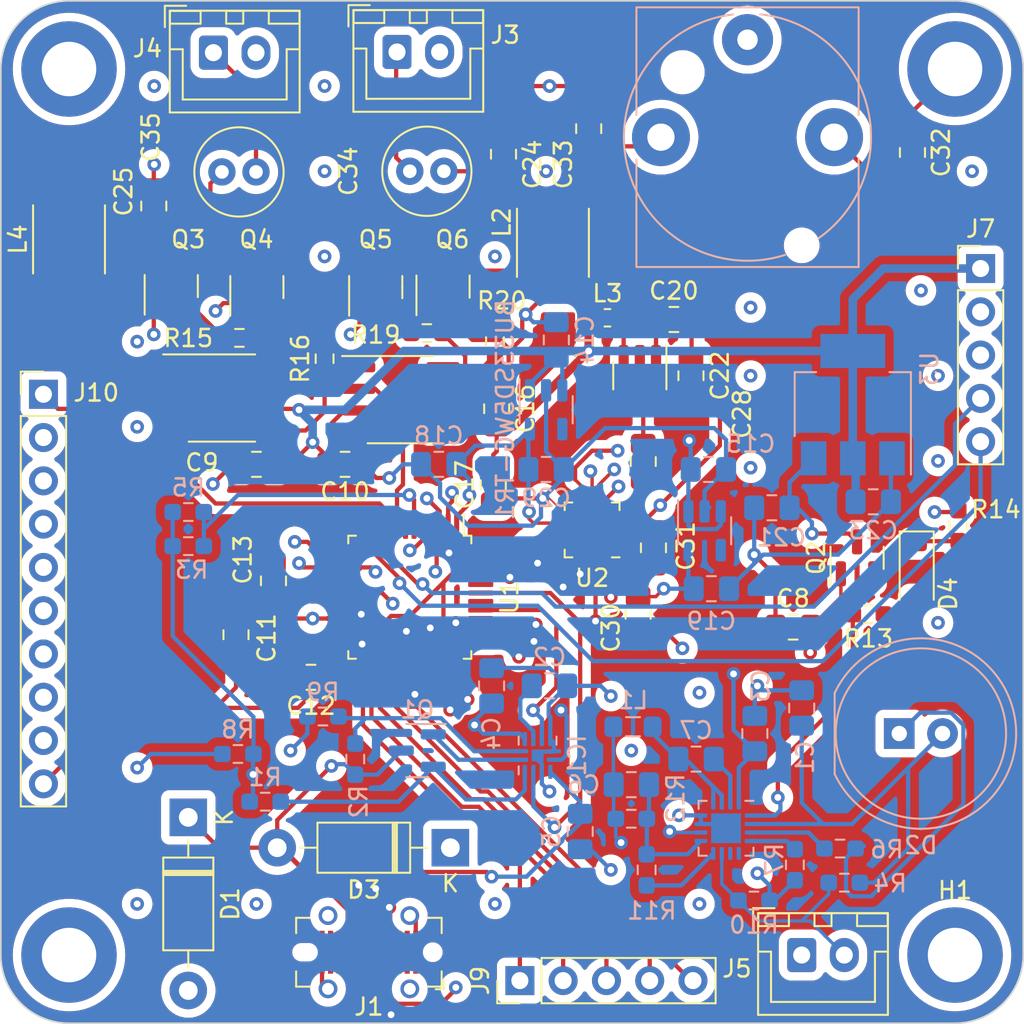
<source format=kicad_pcb>
(kicad_pcb (version 20221018) (generator pcbnew)
  (layers (0 "F.Cu" signal) (1 "In1.Cu" signal) (2 "In2.Cu" signal) (31 "B.Cu" signal) (34 "B.Paste" user) (35 "F.Paste" user) (36 "B.SilkS" user "B.Silkscreen") (37 "F.SilkS" user "F.Silkscreen") (38 "B.Mask" user) (39 "F.Mask" user) (44 "Edge.Cuts" user))
  (net 0 "")
  (net 1 "REGN")
  (net 2 "Net-(BQ25306RTET1-STAT)")
  (net 3 "Net-(BQ25306RTET1-ICHG)")
  (net 6 "V_BAT-")
  (net 7 "Net-(BQ25306RTET1-FB_GND)")
  (net 8 "Net-(BQ25306RTET1-FB)")
  (net 9 "V_BAT+")
  (net 10 "Net-(BQ25306RTET1-SW-Pad13)")
  (net 11 "Net-(BQ25306RTET1-BTST)")
  (net 12 "V_SYS")
  (net 15 "1.8V")
  (net 16 "5V")
  (net 18 "3.3VDC")
  (net 19 "Net-(BU33SD5WG-TR2-VIN)")
  (net 21 "3.3VAC")
  (net 22 "Net-(IC1-IN_GD)")
  (net 23 "UCPD_CC2")
  (net 24 "UCPD_CC1")
  (net 25 "Net-(D2-K)")
  (net 26 "Net-(D4-K)")
  (net 27 "Net-(D4-A)")
  (net 28 "Net-(IC1-GATE)")
  (net 29 "Net-(IC1-SOURCE)")
  (net 30 "Net-(D1-K)")
  (net 31 "Net-(Q3-G)")
  (net 32 "Net-(IC1-VBUS_CTRL)")
  (net 33 "Net-(Q4-G)")
  (net 34 "LINEOUT_R")
  (net 35 "LINEOUT_L")
  (net 36 "A Encodeur 1")
  (net 37 "B Encodeur 1")
  (net 38 "A Encodeur 2")
  (net 39 "B Encodeur 2")
  (net 40 "V_sense")
  (net 42 "OUT_L")
  (net 43 "OUT_R")
  (net 44 "band1")
  (net 45 "SYS_MCLK")
  (net 46 "LIGHT")
  (net 48 "TIM3_CH1")
  (net 49 "TIM3_CH2")
  (net 50 "TIM3_CH3")
  (net 51 "TIM3_CH4")
  (net 53 "EQ_BAND_BTN")
  (net 54 "band3")
  (net 55 "Potar_volume")
  (net 56 "band2")
  (net 57 "I2S_SCLK")
  (net 58 "I2S_LRCLK")
  (net 59 "I2S_DIN")
  (net 60 "USB_DM")
  (net 61 "USB_DP")
  (net 62 "I2S_DOUT")
  (net 63 "CTRL_DATA")
  (net 65 "UCPD1_CC1")
  (net 67 "CTRL_CLK")
  (net 71 "Net-(U2-VAG)")
  (net 72 "VSS")
  (net 73 "Net-(C24-Pad1)")
  (net 74 "Net-(C25-Pad1)")
  (net 78 "GND")
  (net 79 "VSSA")
  (net 80 "Net-(J3-Pin_1)")
  (net 81 "Net-(J4-Pin_1)")
  (net 82 "LINEIN_R")
  (net 83 "LINEIN_L")
  (net 84 "V_AMPLIFIER_L")
  (net 85 "Net-(Q5-G)")
  (net 86 "Net-(Q6-G)")
  (net 87 "V_HO_R")
  (net 88 "V_LO_R")
  (net 89 "V_HO_L")
  (net 90 "V_LO_L")
  (net 93 "band0")
  (net 94 "V_AMPLIFIER_R")
  (net 95 "VBUS")
  (footprint "Capacitor_SMD:C_0805_2012Metric_Pad1.18x1.45mm_HandSolder" (layer "F.Cu") (at 132.975 77.04 90)
    (fp_text reference "C25")
    (fp_text value "10u" hide)
  )
  (footprint "Package_TO_SOT_SMD:SOT-23" (layer "F.Cu") (at 174.25 97.6875 90)
    (fp_text reference "Q2")
    (fp_text value "SI2303CDS-T1-GE3" hide)
  )
  (footprint "Inductor_SMD:L_Vishay_IFSC-1515AH_4x4x1.8mm" (layer "F.Cu") (at 128 79 90)
    (fp_text reference "L4")
    (fp_text value "6u3")
  )
  (footprint "Package_SO:SOIC-8_3.9x4.9mm_P1.27mm" (layer "F.Cu") (at 147.475 88.405)
    (fp_text reference "UCC27325DR2" hide)
    (fp_text value "~")
  )
  (footprint "Capacitor_SMD:C_0805_2012Metric_Pad1.18x1.45mm_HandSolder" (layer "F.Cu") (at 163.5 83.7)
    (fp_text reference "C20")
    (fp_text value "1u")
  )
  (footprint "Connector_USB:USB_C_Receptacle_GCT_USB4115-03-C" (layer "F.Cu") (at 145.6 120.835 180)
    (fp_text reference "J1")
    (fp_text value "USB_C_Receptacle")
  )
  (footprint "Package_TO_SOT_SMD:SOT-23" (layer "F.Cu") (at 149.95 81.77 90)
    (fp_text reference "Q6")
    (fp_text value "SI2303CDS-T1-GE3")
  )
  (footprint "Package_TO_SOT_SMD:SOT-23" (layer "F.Cu") (at 139.025 81.8 90)
    (fp_text reference "Q4")
    (fp_text value "SI2303CDS-T1-GE3" hide)
  )
  (footprint "Resistor_SMD:R_0603_1608Metric_Pad0.98x0.95mm_HandSolder" (layer "F.Cu") (at 138 84.78 180)
    (fp_text reference "R15")
    (fp_text value "10" hide)
  )
  (footprint "Capacitor_SMD:C_0805_2012Metric_Pad1.18x1.45mm_HandSolder" (layer "F.Cu") (at 158.5 72.5 90)
    (fp_text reference "C33")
    (fp_text value "10u" hide)
  )
  (footprint "Capacitor_SMD:C_0805_2012Metric_Pad1.18x1.45mm_HandSolder" (layer "F.Cu") (at 140 99.0375 90)
    (fp_text reference "C13")
    (fp_text value "5u")
  )
  (footprint "Connector_JST:JST_XH_B2B-XH-A_1x02_P2.50mm_Vertical" (layer "F.Cu") (at 136.475 68.04)
    (fp_text reference "J4")
    (fp_text value "Conn_01x02" hide)
  )
  (footprint "Package_TO_SOT_SMD:SOT-23" (layer "F.Cu") (at 146 81.8 90)
    (fp_text reference "Q5")
    (fp_text value "SI2304DDS-T1-GE3")
  )
  (footprint "Capacitor_SMD:C_0805_2012Metric_Pad1.18x1.45mm_HandSolder" (layer "F.Cu") (at 153.1 88.9375 -90)
    (fp_text reference "C16")
    (fp_text value "0.1u")
  )
  (footprint "Connector_PinHeader_2.54mm:PinHeader_1x05_P2.54mm_Vertical" (layer "F.Cu") (at 181.5 80.71)
    (fp_text reference "J7")
    (fp_text value "Conn_01x05" hide)
  )
  (footprint "Capacitor_THT:C_Radial_D5.0mm_H11.0mm_P2.00mm" (layer "F.Cu") (at 150 75 180)
    (fp_text reference "C34")
    (fp_text value "100u")
  )
  (footprint "Connector_JST:JST_XH_B2B-XH-A_1x02_P2.50mm_Vertical" (layer "F.Cu") (at 171 121)
    (fp_text reference "J5")
    (fp_text value "Conn_01x02" hide)
  )
  (footprint "Package_QFP:LQFP-48_7x7mm_P0.5mm" (layer "F.Cu") (at 148 100 -90)
    (fp_text reference "U1")
    (fp_text value "STM32G491CETx (x=6)" hide)
  )
  (footprint "Package_DFN_QFN:QFN-20-1EP_3x3mm_P0.4mm_EP1.65x1.65mm" (layer "F.Cu") (at 158.7 96.05 180)
    (fp_text reference "U2")
    (fp_text value "SGTL5000XNLA3")
  )
  (footprint "Diode_THT:D_DO-41_SOD81_P10.16mm_Horizontal" (layer "F.Cu") (at 135 112.92 -90)
    (fp_text reference "D1")
    (fp_text value "1N5817")
  )
  (footprint "MountingHole:MountingHole_3.2mm_M3_DIN965_Pad" (layer "F.Cu") (at 128 69)
    (fp_text reference "H4" hide)
    (fp_text value "MountingHole_Pad" hide)
  )
  (footprint "Package_SO:SOIC-8_3.9x4.9mm_P1.27mm" (layer "F.Cu") (at 136.975 88.31)
    (fp_text reference "UCC27325DR1" hide)
    (fp_text value "~" hide)
  )
  (footprint "Capacitor_SMD:C_0805_2012Metric_Pad1.18x1.45mm_HandSolder" (layer "F.Cu") (at 139 92.2)
    (fp_text reference "C9")
    (fp_text value "0.1u" hide)
  )
  (footprint "Capacitor_THT:C_Radial_D5.0mm_H11.0mm_P2.00mm" (layer "F.Cu") (at 136.975 75.04)
    (fp_text reference "C35")
    (fp_text value "100u")
  )
  (footprint "Capacitor_SMD:C_0805_2012Metric_Pad1.18x1.45mm_HandSolder" (layer "F.Cu") (at 162.3 97.1 -90)
    (fp_text reference "C31")
    (fp_text value "10u")
  )
  (footprint "Inductor_SMD:L_Vishay_IFSC-1515AH_4x4x1.8mm" (layer "F.Cu") (at 156.4 79.2 90)
    (fp_text reference "L2")
    (fp_text value "6u3")
  )
  (footprint "Resistor_SMD:R_0603_1608Metric_Pad0.98x0.95mm_HandSolder" (layer "F.Cu") (at 149 84.5 180)
    (fp_text reference "R19")
    (fp_text value "10")
  )
  (footprint "Capacitor_SMD:C_0805_2012Metric_Pad1.18x1.45mm_HandSolder" (layer "F.Cu") (at 161.7 92.0375 -90)
    (fp_text reference "C28")
    (fp_text value "100n")
  )
  (footprint "MountingHole:MountingHole_3.2mm_M3_DIN965_Pad" (layer "F.Cu") (at 128 121)
    (fp_text reference "H2" hide)
    (fp_text value "MountingHole_Pad" hide)
  )
  (footprint "Capacitor_SMD:C_0805_2012Metric_Pad1.18x1.45mm_HandSolder" (layer "F.Cu") (at 144.2 92.2 180)
    (fp_text reference "C10")
    (fp_text value "1.0u" hide)
  )
  (footprint "Resistor_SMD:R_0603_1608Metric_Pad0.98x0.95mm_HandSolder" (layer "F.Cu") (at 180.2 95.8 -90)
    (fp_text reference "R14")
    (fp_text value "10k" hide)
  )
  (footprint "Capacitor_SMD:C_0805_2012Metric_Pad1.18x1.45mm_HandSolder" (layer "F.Cu") (at 161.4 101 -90)
    (fp_text reference "C30")
    (fp_text value "10u" hide)
  )
  (footprint "Connector_PinHeader_2.54mm:PinHeader_1x10_P2.54mm_Vertical" (layer "F.Cu") (at 126.5 88.09)
    (fp_text reference "J10")
    (fp_text value "Conn_01x10" hide)
  )
  (footprint "Inductor_SMD:L_0603_1608Metric_Pad1.05x0.95mm_HandSolder" (layer "F.Cu") (at 159.6 83.6)
    (fp_text reference "L3")
    (fp_text value "39n")
  )
  (footprint "Connector_JST:JST_XH_B2B-XH-A_1x02_P2.50mm_Vertical" (layer "F.Cu") (at 147.25 68)
    (fp_text reference "J3")
    (fp_text value "Conn_01x02" hide)
  )
  (footprint "MountingHole:MountingHole_3.2mm_M3_DIN965_Pad" (layer "F.Cu") (at 180 121)
    (fp_text reference "H1")
    (fp_text value "MountingHole_Pad" hide)
  )
  (footprint "Resistor_SMD:R_0603_1608Metric_Pad0.98x0.95mm_HandSolder" (layer "F.Cu") (at 143 86 90)
    (fp_text reference "R16")
    (fp_text value "10")
  )
  (footprint "Resistor_SMD:R_0603_1608Metric_Pad0.98x0.95mm_HandSolder" (layer "F.Cu") (at 153 85 90)
    (fp_text reference "R20")
    (fp_text value "10" hide)
  )
  (footprint "Capacitor_SMD:C_0805_2012Metric_Pad1.18x1.45mm_HandSolder" (layer "F.Cu") (at 153.5 74 90)
    (fp_text reference "C24")
    (fp_text value "10u" hide)
  )
  (footprint "Capacitor_SMD:C_0805_2012Metric_Pad1.18x1.45mm_HandSolder" (layer "F.Cu") (at 170.5 101.75)
    (fp_text reference "C8")
    (fp_text value "10u" hide)
  )
  (footprint "Package_TO_SOT_SMD:SOT-23" (layer "F.Cu") (at 134 81.7375 90)
    (fp_text reference "Q3")
    (fp_text value "SI2304DDS-T1-GE3" hide)
  )
  (footprint "Resistor_SMD:R_0603_1608Metric_Pad0.98x0.95mm_HandSolder" (layer "F.Cu") (at 174.9125 101 180)
    (fp_text reference "R13")
    (fp_text value "1k" hide)
  )
  (footprint "Package_TO_SOT_SMD:SOT-23-5" (layer "F.Cu") (at 161.5 87 -90)
    (fp_text reference "BU33SD5WG-TR2" hide)
    (fp_text value "LM1117DT-3.3")
  )
  (footprint "Diode_THT:D_DO-41_SOD81_P10.16mm_Horizontal" (layer "F.Cu") (at 150.38 114.7 180)
    (fp_text reference "D3")
    (fp_text value "1N5817")
  )
  (footprint "Capacitor_SMD:C_0805_2012Metric_Pad1.18x1.45mm_HandSolder" (layer "F.Cu") (at 177.5 73.9 -90)
    (fp_text reference "C32")
    (fp_text value "10u")
  )
  (footprint "Capacitor_SMD:C_0805_2012Metric_Pad1.18x1.45mm_HandSolder" (layer "F.Cu") (at 137.8 102.2 -90)
    (fp_text reference "C11")
    (fp_text value "1.1u")
  )
  (footprint "Capacitor_SMD:C_0805_2012Metric_Pad1.18x1.45mm_HandSolder" (layer "F.Cu") (at 152.9 93.4 90)
    (fp_text reference "C17")
    (fp_text value "1.0u")
  )
  (footprint "Capacitor_SMD:C_0805_2012Metric_Pad1.18x1.45mm_HandSolder" (layer "F.Cu") (at 142.2 104.7 180)
    (fp_text reference "C12")
    (fp_text value "5u")
  )
  (footprint "Capacitor_SMD:C_0805_2012Metric_Pad1.18x1.45mm_HandSolder" (layer "F.Cu") (at 164.5 87 90)
    (fp_text reference "C22")
    (fp_text value "1u" hide)
  )
  (footprint "Diode_SMD:D_SOD-123" (layer "F.Cu") (at 177.75 98.5 -90)
    (fp_text reference "D4")
    (fp_text value "1N4148W" hide)
  )
  (footprint "Connector_PinHeader_2.54mm:PinHeader_1x05_P2.54mm_Vertical" (layer "F.Cu") (at 154.46 122.5 90)
    (fp_text reference "J9")
    (fp_text value "Conn_01x05" hide)
  )
  (footprint "MountingHole:MountingHole_3.2mm_M3_DIN965_Pad" (layer "F.Cu") (at 180 69)
    (fp_text reference "H3" hide)
    (fp_text value "MountingHole_Pad" hide)
  )
  (footprint "Package_TO_SOT_SMD:SOT-23-5" (layer "B.Cu") (at 156 89 -90)
    (fp_text reference "BU33SD5WG-TR1")
    (fp_text value "LM1117DT-3.3")
  )
  (footprint "Capacitor_SMD:C_0805_2012Metric_Pad1.18x1.45mm_HandSolder" (layer "B.Cu") (at 168.25 108 90)
    (fp_text reference "C3")
    (fp_text value "10u" hide)
  )
  (footprint "LED_THT:LED_D10.0mm" (layer "B.Cu") (at 176.725 108)
    (fp_text reference "D2")
    (fp_text value "LED_Small" hide)
  )
  (footprint "Capacitor_SMD:C_0805_2012Metric_Pad1.18x1.45mm_HandSolder" (layer "B.Cu") (at 149.7 92.2 180)
    (fp_text reference "C18")
    (fp_text value "1u")
  )
  (footprint "Capacitor_SMD:C_0805_2012Metric_Pad1.18x1.45mm_HandSolder" (layer "B.Cu") (at 165.7 99.5)
    (fp_text reference "C19")
    (fp_text value "1u" hide)
  )
  (footprint "Package_DFN_QFN:LQFN-12-1EP_2x2mm_P0.5mm_EP0.7x0.7mm" (layer "B.Cu") (at 155.5 109.2875 90)
    (fp_text reference "IC1")
    (fp_text value "TCPP01-M12")
  )
  (footprint "Resistor_SMD:R_0603_1608Metric_Pad0.98x0.95mm_HandSolder" (layer "B.Cu") (at 135 97 180)
    (fp_text reference "R3")
    (fp_text value "~" hide)
  )
  (footprint "Package_TO_SOT_SMD:SOT-23" (layer "B.Cu") (at 148.4375 109 180)
    (fp_text reference "Q1")
    (fp_text value "SI2304DDS-T1-GE3")
  )
  (footprint "Resistor_SMD:R_0603_1608Metric_Pad0.98x0.95mm_HandSolder" (layer "B.Cu") (at 170.6 115.7 -90)
    (fp_text reference "R7")
    (fp_text value "23.2k" hide)
  )
  (footprint "Capacitor_SMD:C_0805_2012Metric_Pad1.18x1.45mm_HandSolder" (layer "B.Cu") (at 175.2 94.4)
    (fp_text reference "C23")
    (fp_text value "22uF")
  )
  (footprint "Package_DFN_QFN:WQFN-16-1EP_3x3mm_P0.5mm_EP1.75x1.75mm" (layer "B.Cu") (at 166.56 113.56 180)
    (fp_text reference "BQ25306RTET1" hide)
    (fp_text value "~" hide)
  )
  (footprint "Capacitor_SMD:C_0805_2012Metric_Pad1.18x1.45mm_HandSolder" (layer "B.Cu") (at 171 106.5 -90)
    (fp_text reference "C1")
    (fp_text value "2.2u" hide)
  )
  (footprint "Resistor_SMD:R_0603_1608Metric_Pad0.98x0.95mm_HandSolder" (layer "B.Cu") (at 173.25 114.75)
    (fp_text reference "R6")
    (fp_text value "1k" hide)
  )
  (footprint "Capacitor_SMD:C_0805_2012Metric_Pad1.18x1.45mm_HandSolder" (layer "B.Cu") (at 169.25 94.75 180)
    (fp_text reference "C21")
    (fp_text value "10uF" hide)
  )
  (footprint "Capacitor_SMD:C_0805_2012Metric_Pad1.18x1.45mm_HandSolder" (layer "B.Cu") (at 156.2 105.2 180)
    (fp_text reference "C2")
    (fp_text value "10u")
  )
  (footprint "Resistor_SMD:R_0603_1608Metric_Pad0.98x0.95mm_HandSolder" (layer "B.Cu") (at 139.5125 112 180)
    (fp_text reference "R1")
    (fp_text value "~")
  )
  (footprint "Capacitor_SMD:C_0805_2012Metric_Pad1.18x1.45mm_HandSolder" (layer "B.Cu") (at 158 113.75 -90)
    (fp_text reference "C5")
    (fp_text value "10u" hide)
  )
  (footprint "Capacitor_SMD:C_0805_2012Metric_Pad1.18x1.45mm_HandSolder" (layer "B.Cu") (at 165.524092 92.5)
    (fp_text reference "C15")
    (fp_text value "1u" hide)
  )
  (footprint "Resistor_SMD:R_0603_1608Metric_Pad0.98x0.95mm_HandSolder" (layer "B.Cu") (at 161.9 116 90)
    (fp_text reference "R11")
    (fp_text value "200k" hide)
  )
  (footprint "Resistor_SMD:R_0603_1608Metric_Pad0.98x0.95mm_HandSolder" (layer "B.Cu") (at 161 113)
    (fp_text reference "R12")
    (fp_text value "1M1")
  )
  (footprint "Resistor_SMD:R_0603_1608Metric_Pad0.98x0.95mm_HandSolder" (layer "B.Cu") (at 137.9125 109.2 180)
    (fp_text reference "R8")
    (fp_text value "~")
  )
  (footprint "Resistor_SMD:R_0603_1608Metric_Pad0.98x0.95mm_HandSolder" (layer "B.Cu") (at 144.8 109.5 90)
    (fp_text reference "R2")
    (fp_text value "~" hide)
  )
  (footprint "Capacitor_SMD:C_0805_2012Metric_Pad1.18x1.45mm_HandSolder" (layer "B.Cu") (at 156.6 84.9 90)
    (fp_text reference "C14")
    (fp_text value "1u")
  )
  (footprint "Package_TO_SOT_SMD:SOT-223-3_TabPin2" (layer "B.Cu") (at 174 88.7 90)
    (fp_text reference "U3")
    (fp_text value "AZ1117-5.0")
  )
  (footprint "Capacitor_SMD:C_0805_2012Metric_Pad1.18x1.45mm_HandSolder" (layer "B.Cu") (at 156 92.5)
    (fp_text reference "C29")
    (fp_text value "10u")
  )
  (footprint "Capacitor_SMD:C_0805_2012Metric_Pad1.18x1.45mm_HandSolder" (layer "B.Cu") (at 164.8 109.5 180)
    (fp_text reference "C7")
    (fp_text value "47nF" hide)
  )
  (footprint "Capacitor_SMD:C_0805_2012Metric_Pad1.18x1.45mm_HandSolder" (layer "B.Cu") (at 152.8 105.2 90)
    (fp_text reference "C4")
    (fp_text value "10u")
  )
  (footprint "Connector_Audio:Jack_6.35mm_Neutrik_NJ3FD-V_Vertical" (layer "B.Cu") (at 167.82 67.28 180)
    (fp_text reference "J8" hide)
    (fp_text value "AudioJack3" hide)
  )
  (footprint "Package_TO_SOT_SMD:SOT-23-5" (layer "B.Cu") (at 165.3 96.1 -90)
    (fp_text reference "BU18SD5WG-TR1" hide)
    (fp_text value "LM1117DT-3.3" hide)
  )
  (footprint "Resistor_SMD:R_0603_1608Metric_Pad0.98x0.95mm_HandSolder" (layer "B.Cu") (at 168.2 117.8)
    (fp_text reference "R10")
    (fp_text value "23.2k" hide)
  )
  (footprint "Resistor_SMD:R_0603_1608Metric_Pad0.98x0.95mm_HandSolder" (layer "B.Cu") (at 135 95 180)
    (fp_text reference "R5")
    (fp_text value "~")
  )
  (footprint "Capacitor_SMD:C_0805_2012Metric_Pad1.18x1.45mm_HandSolder" (layer "B.Cu") (at 161 111)
    (fp_text reference "C6")
    (fp_text value "470u" hide)
  )
  (footprint "Resistor_SMD:R_0603_1608Metric_Pad0.98x0.95mm_HandSolder" (layer "B.Cu") (at 142.9 107 180)
    (fp_text reference "R9")
    (fp_text value "~" hide)
  )
  (footprint "Inductor_SMD:L_0805_2012Metric_Pad1.05x1.20mm_HandSolder" (layer "B.Cu") (at 161.1 107.6 180)
    (fp_text reference "L1")
    (fp_text value "2.2u" hide)
  )
  (footprint "Resistor_SMD:R_0603_1608Metric_Pad0.98x0.95mm_HandSolder" (layer "B.Cu") (at 173.5 116.75 180)
    (fp_text reference "R4")
    (fp_text value "4.5k")
  )
  (gr_arc (start 184 121) (mid 182.828427 123.828427) (end 180 125) (stroke (width 0.1)) (layer "Edge.Cuts"))
  (gr_line (start 180 125) (end 128 125) (stroke (width 0.1)) (layer "Edge.Cuts"))
  (gr_line (start 124 121) (end 124 69) (stroke (width 0.1)) (layer "Edge.Cuts"))
  (gr_arc (start 124 69) (mid 125.171573 66.171573) (end 128 65) (stroke (width 0.1)) (layer "Edge.Cuts"))
  (gr_arc (start 180 65) (mid 182.828427 66.171573) (end 184 69) (stroke (width 0.1)) (layer "Edge.Cuts"))
  (gr_line (start 128 65) (end 180 65) (stroke (width 0.1)) (layer "Edge.Cuts"))
  (gr_arc (start 128 125) (mid 125.171573 123.828427) (end 124 121) (stroke (width 0.1)) (layer "Edge.Cuts"))
  (gr_line (start 184 69) (end 184 121) (stroke (width 0.1)) (layer "Edge.Cuts"))
  (segment (start 168.035 113.31) (end 172.25 113.31) (width 0.25) (layer "B.Cu") (net 1))
  (segment (start 175.25 116.75) (end 177.25 114.75) (width 0.25) (layer "B.Cu") (net 1))
  (segment (start 171 107.5375) (end 171 112.06) (width 0.25) (layer "B.Cu") (net 1))
  (segment (start 174.4125 116.75) (end 175.25 116.75) (width 0.25) (layer "B.Cu") (net 1))
  (segment (start 172.25 113.31) (end 173.955 113.31) (width 0.25) (layer "B.Cu") (net 1))
  (segment (start 171 112.06) (end 172.25 113.31) (width 0.25) (layer "B.Cu") (net 1))
  (segment (start 173.955 113.31) (end 176.89 110.375) (width 0.25) (layer "B.Cu") (net 1))
  (segment (start 176.89 110.375) (end 179.265 108) (width 0.25) (layer "B.Cu") (net 1))
  (segment (start 177.25 114.75) (end 177.25 110.015) (width 0.25) (layer "B.Cu") (net 1))
  (segment (start 172.3375 114.75) (end 171.3975 113.81) (width 0.25) (layer "B.Cu") (net 2))
  (segment (start 171.3975 113.81) (end 168.035 113.81) (width 0.25) (layer "B.Cu") (net 2))
  (segment (start 170.1225 114.31) (end 170.6 114.7875) (width 0.25) (layer "B.Cu") (net 3))
  (segment (start 168.035 114.31) (end 170.1225 114.31) (width 0.25) (layer "B.Cu") (net 3))
  (segment (start 173.5 121) (end 171.5 119) (width 0.2) (layer "B.Cu") (net 6))
  (segment (start 171 119) (end 168.4875 119) (width 0.2) (layer "B.Cu") (net 6))
  (segment (start 168 118.5125) (end 167.2875 117.8) (width 0.2) (layer "B.Cu") (net 6))
  (segment (start 168.4875 119) (end 168 118.5125) (width 0.2) (layer "B.Cu") (net 6))
  (segment (start 167.2875 117.8) (end 166.31 116.8225) (width 0.2) (layer "B.Cu") (net 6))
  (segment (start 171.5 119) (end 171 119) (width 0.2) (layer "B.Cu") (net 6))
  (segment (start 172.5875 117.4125) (end 171 119) (width 0.2) (layer "B.Cu") (net 6))
  (segment (start 166.31 116.8225) (end 166.31 115.035) (width 0.2) (layer "B.Cu") (net 6))
  (segment (start 172.5875 116.75) (end 172.5875 117.4125) (width 0.2) (layer "B.Cu") (net 6))
  (segment (start 163.9325 116.9125) (end 165.81 115.035) (width 0.25) (layer "B.Cu") (net 7))
  (segment (start 161.9 116.9125) (end 163.9325 116.9125) (width 0.25) (layer "B.Cu") (net 7))
  (segment (start 164.3075 115.0875) (end 165.085 114.31) (width 0.25) (layer "B.Cu") (net 8))
  (segment (start 161.9125 115.075) (end 161.9 115.0875) (width 0.25) (layer "B.Cu") (net 8))
  (segment (start 161.9125 113) (end 161.9125 115.075) (width 0.25) (layer "B.Cu") (net 8))
  (segment (start 162.0375 111) (end 162.0375 112.875) (width 0.25) (layer "B.Cu") (net 8))
  (segment (start 161.9 115.0875) (end 164.3075 115.0875) (width 0.25) (layer "B.Cu") (net 8))
  (segment (start 162.0375 112.875) (end 161.9125 113) (width 0.25) (layer "B.Cu") (net 8))
  (segment (start 171.5375 103.2125) (end 171.5 103.25) (width 0.2) (layer "F.Cu") (net 9))
  (segment (start 173.3 99.9875) (end 171.5375 101.75) (width 0.2) (layer "F.Cu") (net 9))
  (segment (start 173.3 98.625) (end 173.3 99.9875) (width 0.2) (layer "F.Cu") (net 9))
  (segment (start 171.5375 101.75) (end 171.5375 103.2125) (width 0.2) (layer "F.Cu") (net 9))
  (via micro (at 171.5 103.25) (size 0.8) (drill 0.4) (layers "F.Cu" "In2.Cu") (net 9))
  (via micro (at 163.25 113.75) (size 0.8) (drill 0.4) (layers "In2.Cu" "B.Cu") (net 9))
  (via micro (at 160.4 114.4) (size 0.8) (drill 0.4) (layers "In2.Cu" "B.Cu") (net 9))
  (segment (start 160.0875 114.0875) (end 160.0875 113) (width 0.2) (layer "B.Cu") (net 9))
  (segment (start 159.9625 111) (end 159.9625 112.875) (width 0.2) (layer "B.Cu") (net 9))
  (segment (start 160.4 114.4) (end 160.0875 114.0875) (width 0.2) (layer "B.Cu") (net 9))
  (segment (start 163.31 113.81) (end 165.085 113.81) (width 0.2) (layer "B.Cu") (net 9))
  (segment (start 159.95 107.6) (end 159.95 110.9875) (width 0.2) (layer "B.Cu") (net 9))
  (segment (start 163.25 113.75) (end 163.31 113.81) (width 0.2) (layer "B.Cu") (net 9))
  (segment (start 159.9625 112.875) (end 160.0875 113) (width 0.2) (layer "B.Cu") (net 9))
  (segment (start 159.95 110.9875) (end 159.9625 111) (width 0.2) (layer "B.Cu") (net 9))
  (segment (start 162.25 107.9875) (end 163.7625 109.5) (width 0.25) (layer "B.Cu") (net 10))
  (segment (start 165.81 111.1225) (end 164.1875 109.5) (width 0.25) (layer "B.Cu") (net 10))
  (segment (start 164.1875 109.5) (end 163.7625 109.5) (width 0.25) (layer "B.Cu") (net 10))
  (segment (start 162.25 107.6) (end 162.25 107.9875) (width 0.25) (layer "B.Cu") (net 10))
  (segment (start 166.31 112.085) (end 166.31 111.6225) (width 0.25) (layer "B.Cu") (net 10))
  (segment (start 165.81 112.085) (end 165.81 111.1225) (width 0.25) (layer "B.Cu") (net 10))
  (segment (start 165.81 111.1225) (end 166.31 111.6225) (width 0.25) (layer "B.Cu") (net 10))
  (segment (start 166.81 110.4725) (end 165.8375 109.5) (width 0.25) (layer "B.Cu") (net 11))
  (segment (start 166.81 112.085) (end 166.81 110.4725) (width 0.25) (layer "B.Cu") (net 11))
  (segment (start 173.7625 96.2625) (end 171.6 96.2625) (width 0.25) (layer "F.Cu") (net 12))
  (segment (start 132.975 82.75) (end 132.975 84.575) (width 0.25) (layer "F.Cu") (net 12))
  (segment (start 174.25 96.75) (end 173.7625 96.2625) (width 0.25) (layer "F.Cu") (net 12))
  (segment (start 133.05 82.675) (end 132.975 82.75) (width 0.25) (layer "F.Cu") (net 12))
  (segment (start 145.05 84.05) (end 144.525 84.575) (width 0.25) (layer "F.Cu") (net 12))
  (segment (start 145.05 82.7375) (end 145.05 84.05) (width 0.25) (layer "F.Cu") (net 12))
  (via (at 144.525 84.575) (size 0.8) (drill 0.4) (layers "F.Cu" "B.Cu") (net 12))
  (via (at 132.975 84.575) (size 0.8) (drill 0.4) (layers "F.Cu" "B.Cu") (net 12))
  (via (at 171.6 96.2625) (size 0.8) (drill 0.4) (layers "F.Cu" "B.Cu") (net 12))
  (via micro (at 167 104.5) (size 0.8) (drill 0.4) (layers "In2.Cu" "B.Cu") (net 12))
  (segment (start 167.31 110) (end 168.25 109.06) (width 0.25) (layer "B.Cu") (net 12))
  (segment (start 170.2875 94.75) (end 170.2875 93.2625) (width 0.25) (layer "B.Cu") (net 12))
  (segment (start 170.75 94.75) (end 171.6 95.6) (width 0.25) (layer "B.Cu") (net 12))
  (segment (start 170.2875 94.75) (end 170.75 94.75) (width 0.25) (layer "B.Cu") (net 12))
  (segment (start 167 107.7875) (end 167 104.5) (width 0.25) (layer "B.Cu") (net 12))
  (segment (start 167.31 112.085) (end 167.31 110) (width 0.25) (layer "B.Cu") (net 12))
  (segment (start 171.6 95.6) (end 171.6 96.2625) (width 0.25) (layer "B.Cu") (net 12))
  (segment (start 168.25 109.0375) (end 167 107.7875) (width 0.25) (layer "B.Cu") (net 12))
  (segment (start 168.25 109.06) (end 168.25 109.0375) (width 0.25) (layer "B.Cu") (net 12))
  (segment (start 170.2875 93.2625) (end 171.7 91.85) (width 0.25) (layer "B.Cu") (net 12))
  (segment (start 161.4 99.9625) (end 161.4 99.6) (width 0.25) (layer "F.Cu") (net 15))
  (segment (start 160.8625 99.9625) (end 161.4 99.9625) (width 0.2) (layer "F.Cu") (net 15))
  (segment (start 161.425 99.4) (end 159.525 97.5) (width 0.25) (layer "F.Cu") (net 15))
  (segment (start 162.4375 99.9625) (end 162.9 99.5) (width 0.2) (layer "F.Cu") (net 15))
  (segment (start 161.4 99.9625) (end 162.4375 99.9625) (width 0.2) (layer "F.Cu") (net 15))
  (segment (start 161.6375 99.9625) (end 161.4 99.9625) (width 0.25) (layer "F.Cu") (net 15))
  (via (at 162.9 99.5) (size 0.8) (drill 0.4) (layers "F.Cu" "B.Cu") (net 15))
  (segment (start 164.35 97.2375) (end 164.35 99.1875) (width 0.25) (layer "B.Cu") (net 15))
  (segment (start 164.35 99.1875) (end 164.6625 99.5) (width 0.25) (layer "B.Cu") (net 15))
  (segment (start 162.9 99.5) (end 164.6625 99.5) (width 0.25) (layer "B.Cu") (net 15))
  (segment (start 154.075 89.975) (end 153.1 89.975) (width 0.5) (layer "F.Cu") (net 16))
  (segment (start 141.445 88.945) (end 141.5 89) (width 0.25) (layer "F.Cu") (net 16))
  (segment (start 158.5 85.55) (end 158.5 83.825) (width 0.5) (layer "F.Cu") (net 16))
  (segment (start 153.1 91.4375) (end 152.9 91.6375) (width 0.25) (layer "F.Cu") (net 16))
  (segment (start 143.1625 91.7625) (end 142.3 90.9) (width 0.25) (layer "F.Cu") (net 16))
  (segment (start 149.95 89.04) (end 152.165 89.04) (width 0.25) (layer "F.Cu") (net 16))
  (segment (start 158.5 85.55) (end 154.075 89.975) (width 0.5) (layer "F.Cu") (net 16))
  (segment (start 152.9 91.6375) (end 152.9 92.3625) (width 0.25) (layer "F.Cu") (net 16))
  (segment (start 143.1625 92.2) (end 143.1625 91.7625) (width 0.25) (layer "F.Cu") (net 16))
  (segment (start 158.5 83.825) (end 158.725 83.6) (width 0.5) (layer "F.Cu") (net 16))
  (segment (start 153.1 89.975) (end 153.1 91.4375) (width 0.25) (layer "F.Cu") (net 16))
  (segment (start 141 92.2) (end 142.3 90.9) (width 0.25) (layer "F.Cu") (net 16))
  (segment (start 140.0375 92.2) (end 141 92.2) (width 0.25) (layer "F.Cu") (net 16))
  (segment (start 139.45 88.945) (end 141.445 88.945) (width 0.25) (layer "F.Cu") (net 16))
  (segment (start 152.165 89.04) (end 153.1 89.975) (width 0.25) (layer "F.Cu") (net 16))
  (via (at 142.3 90.9) (size 0.8) (drill 0.4) (layers "F.Cu" "B.Cu") (net 16))
  (via (at 141.5 89) (size 0.8) (drill 0.4) (layers "F.Cu" "B.Cu") (net 16))
  (via (at 158.5 85.55) (size 0.8) (drill 0.4) (layers "F.Cu" "B.Cu") (net 16))
  (segment (start 174 82.5) (end 175.79 80.71) (width 0.5) (layer "B.Cu") (net 16))
  (segment (start 174 85.55) (end 174 82.5) (width 0.5) (layer "B.Cu") (net 16))
  (segment (start 144.2 89) (end 141.5 89) (width 0.5) (layer "B.Cu") (net 16))
  (segment (start 142.3 90.9) (end 142.3 89.8) (width 0.5) (layer "B.Cu") (net 16))
  (segment (start 156.9875 85.55) (end 156.6 85.9375) (width 0.5) (layer "B.Cu") (net 16))
  (segment (start 156.586592 85.9375) (end 156.6 85.9375) (width 0.25) (layer "B.Cu") (net 16))
  (segment (start 155.05 87.474092) (end 156.586592 85.9375) (width 0.25) (layer "B.Cu") (net 16))
  (segment (start 157.7 85.55) (end 147.65 85.55) (width 0.5) (layer "B.Cu") (net 16))
  (segment (start 174.1625 92.0125) (end 174 91.85) (width 0.25) (layer "B.Cu") (net 16))
  (segment (start 156.95 87.8625) (end 156.95 86.2875) (width 0.25) (layer "B.Cu") (net 16))
  (segment (start 158.5 85.55) (end 157.7 85.55) (width 0.5) (layer "B.Cu") (net 16))
  (segment (start 157.7 85.55) (end 156.9875 85.55) (width 0.5) (layer "B.Cu") (net 16))
  (segment (start 174 85.55) (end 174 91.85) (width 0.5) (layer "B.Cu") (net 16))
  (segment (start 175.79 80.71) (end 181.5 80.71) (width 0.5) (layer "B.Cu") (net 16))
  (segment (start 147.65 85.55) (end 144.2 89) (width 0.5) (layer "B.Cu") (net 16))
  (segment (start 174 85.55) (end 158.5 85.55) (width 0.5) (layer "B.Cu") (net 16))
  (segment (start 174.1625 94.4) (end 174.1625 92.0125) (width 0.5) (layer "B.Cu") (net 16))
  (segment (start 156.95 86.2875) (end 156.6 85.9375) (width 0.25) (layer "B.Cu") (net 16))
  (segment (start 142.3 89.8) (end 141.5 89) (width 0.5) (layer "B.Cu") (net 16))
  (segment (start 155.05 87.8625) (end 155.05 87.474092) (width 0.25) (layer "B.Cu") (net 16))
  (segment (start 151.5 94) (end 151.5 94.5) (width 0.25) (layer "F.Cu") (net 18))
  (segment (start 151.05 97.25) (end 152.1625 97.25) (width 0.25) (layer "F.Cu") (net 18))
  (segment (start 135.24375 106.49375) (end 136.6 106.49375) (width 0.25) (layer "F.Cu") (net 18))
  (segment (start 143.8375 102.75) (end 145.2 102.75) (width 0.25) (layer "F.Cu") (net 18))
  (segment (start 145.2 102.75) (end 145.35 102.75) (width 0.25) (layer "F.Cu") (net 18))
  (segment (start 150.75 96.95) (end 151.05 97.25) (width 0.25) (layer "F.Cu") (net 18))
  (segment (start 137.8 103.2375) (end 137.8 105.29375) (width 0.25) (layer "F.Cu") (net 18))
  (segment (start 145.152342 100.998656) (end 144.903686 100.75) (width 0.25) (layer "F.Cu") (net 18))
  (segment (start 141.44375 106.49375) (end 143.2375 104.7) (width 0.25) (layer "F.Cu") (net 18))
  (segment (start 150.7 101.5) (end 150.75 101.55) (width 0.25) (layer "F.Cu") (net 18))
  (segment (start 144.903686 100.75) (end 143.8375 100.75) (width 0.25) (layer "F.Cu") (net 18))
  (segment (start 155 94.989431) (end 155 95.4) (width 0.2) (layer "F.Cu") (net 18))
  (segment (start 143.8375 104.1) (end 143.2375 104.7) (width 0.25) (layer "F.Cu") (net 18))
  (segment (start 150.75 96.95) (end 150.75 95.8375) (width 0.25) (layer "F.Cu") (net 18))
  (segment (start 137.8 105.29375) (end 136.6 106.49375) (width 0.25) (layer "F.Cu") (net 18))
  (segment (start 126.5 110.95) (end 130.95625 106.49375) (width 0.25) (layer "F.Cu") (net 18))
  (segment (start 155.25 95.65) (end 157.25 95.65) (width 0.2) (layer "F.Cu") (net 18))
  (segment (start 136.6 106.49375) (end 141.44375 106.49375) (width 0.25) (layer "F.Cu") (net 18))
  (segment (start 150.75 101.55) (end 150.75 104.1625) (width 0.25) (layer "F.Cu") (net 18))
  (segment (start 151.5 94.5) (end 150.75 95.25) (width 0.25) (layer "F.Cu") (net 18))
  (segment (start 130.95625 106.49375) (end 135.24375 106.49375) (width 0.25) (layer "F.Cu") (net 18))
  (segment (start 155 95.4) (end 155.25 95.65) (width 0.2) (layer "F.Cu") (net 18))
  (segment (start 150.3 97.4) (end 150.75 96.95) (width 0.25) (layer "F.Cu") (net 18))
  (segment (start 150.75 95.25) (end 150.75 95.8375) (width 0.25) (layer "F.Cu") (net 18))
  (segment (start 143.8375 102.75) (end 143.8375 104.1) (width 0.25) (layer "F.Cu") (net 18))
  (via micro (at 150.7 101.5) (size 0.8) (drill 0.4) (layers "F.Cu" "In2.Cu") (net 18))
  (via (at 151.5 94) (size 0.8) (drill 0.4) (layers "F.Cu" "B.Cu") (net 18))
  (via micro (at 145.152342 100.998656) (size 0.8) (drill 0.4) (layers "F.Cu" "In2.Cu") (net 18))
  (via (at 155 94.989431) (size 0.8) (drill 0.4) (layers "F.Cu" "B.Cu") (net 18))
  (via micro (at 150.3 97.4) (size 0.8) (drill 0.4) (layers "F.Cu" "In2.Cu") (net 18))
  (via micro (at 145.2 102.75) (size 0.8) (drill 0.4) (layers "F.Cu" "In2.Cu") (net 18))
  (via micro (at 156.875 106.625) (size 0.8) (drill 0.4) (layers "In2.Cu" "B.Cu") (net 18))
  (via micro (at 164.4 90.8) (size 0.8) (drill 0.4) (layers "In2.Cu" "B.Cu") (net 18))
  (segment (start 151.5 93.1) (end 151.5 94) (width 0.25) (layer "B.Cu") (net 18))
  (segment (start 164.35 95.8) (end 164.35 94.9625) (width 0.25) (layer "B.Cu") (net 18))
  (segment (start 166.25 95.75) (end 166 96) (width 0.25) (layer "B.Cu") (net 18))
  (segment (start 166 96) (end 164.55 96) (width 0.25) (layer "B.Cu") (net 18))
  (segment (start 164.486592 90.886592) (end 164.4 90.8) (width 0.25) (layer "B.Cu") (net 18))
  (segment (start 164.486592 92.5) (end 164.486592 90.886592) (width 0.25) (layer "B.Cu") (net 18))
  (segment (start 164.35 94.9625) (end 164.35 92.636592) (width 0.25) (layer "B.Cu") (net 18))
  (segment (start 155 94.989431) (end 154.9625 94.951931) (width 0.25) (layer "B.Cu") (net 18))
  (segment (start 166.25 94.9625) (end 166.25 95.75) (width 0.25) (layer "B.Cu") (net 18))
  (segment (start 154.9625 90.225) (end 155.05 90.1375) (width 0.25) (layer "B.Cu") (net 18))
  (segment (start 164.55 96) (end 164.35 95.8) (width 0.25) (layer "B.Cu") (net 18))
  (segment (start 156.92474 109.5375) (end 156.4625 109.5375) (width 0.25) (layer "B.Cu") (net 18))
  (segment (start 154.9625 92.5) (end 154.9625 90.225) (width 0.25) (layer "B.Cu") (net 18))
  (segment (start 157.2 106.95) (end 157.2 109.26224) (width 0.25) (layer "B.Cu") (net 18))
  (segment (start 150.8 92.425) (end 150.825 92.425) (width 0.25) (layer "B.Cu") (net 18))
  (segment (start 151.8375 91.1) (end 150.7375 92.2) (width 0.25) (layer "B.Cu") (net 18))
  (segment (start 164.35 92.636592) (end 164.486592 92.5) (width 0.25) (layer "B.Cu") (net 18))
  (segment (start 156.875 106.625) (end 157.2 106.95) (width 0.25) (layer "B.Cu") (net 18))
  (segment (start 154.0875 91.1) (end 151.8375 91.1) (width 0.25) (layer "B.Cu") (net 18))
  (segment (start 155.05 90.1375) (end 154.0875 91.1) (width 0.25) (layer "B.Cu") (net 18))
  (segment (start 150.825 92.425) (end 151.5 93.1) (width 0.25) (layer "B.Cu") (net 18))
  (segment (start 154.9625 94.951931) (end 154.9625 92.5) (width 0.25) (layer "B.Cu") (net 18))
  (segment (start 157.2 109.26224) (end 156.92474 109.5375) (width 0.25) (layer "B.Cu") (net 18))
  (segment (start 160.9 84.3) (end 161.6 83.6) (width 0.25) (layer "F.Cu") (net 19))
  (segment (start 160.55 84.65) (end 160.9 84.3) (width 0.25) (layer "F.Cu") (net 19))
  (segment (start 160.55 85.8625) (end 160.55 84.65) (width 0.25) (layer "F.Cu") (net 19))
  (segment (start 162.45 84.25) (end 161.8 83.6) (width 0.25) (layer "F.Cu") (net 19))
  (segment (start 162.3625 83.6) (end 162.4625 83.7) (width 0.25) (layer "F.Cu") (net 19))
  (segment (start 161.8 83.6) (end 161.6 83.6) (width 0.25) (layer "F.Cu") (net 19))
  (segment (start 162.45 85.8625) (end 162.45 84.25) (width 0.25) (layer "F.Cu") (net 19))
  (segment (start 161.6 83.6) (end 162.3625 83.6) (width 0.25) (layer "F.Cu") (net 19))
  (segment (start 160.475 83.6) (end 161.6 83.6) (width 0.25) (layer "F.Cu") (net 19))
  (segment (start 160.55 85.8625) (end 160.475 85.7875) (width 0.25) (layer "F.Cu") (net 19))
  (segment (start 162.4625 85.85) (end 162.45 85.8625) (width 0.25) (layer "F.Cu") (net 19))
  (segment (start 166.2 91.1) (end 166.2 89.1) (width 0.25) (layer "F.Cu") (net 21))
  (segment (start 162 95.3) (end 162.7 94.6) (width 0.25) (layer "F.Cu") (net 21))
  (segment (start 164.4 88.1375) (end 164.5 88.0375) (width 0.25) (layer "F.Cu") (net 21))
  (segment (start 141.175 101.25) (end 142.3 101.25) (width 0.25) (layer "F.Cu") (net 21))
  (segment (start 162.7 94.6) (end 166.2 91.1) (width 0.25) (layer "F.Cu") (net 21))
  (segment (start 162.45 88.1375) (end 164.4 88.1375) (width 0.25) (layer "F.Cu") (net 21))
  (segment (start 140 100.075) (end 141.175 101.25) (width 0.25) (layer "F.Cu") (net 21))
  (segment (start 162.3 96.0625) (end 162 95.7625) (width 0.25) (layer "F.Cu") (net 21))
  (segment (start 162.3 96.0625) (end 162.2875 96.05) (width 0.2) (layer "F.Cu") (net 21))
  (segment (start 162.3 96.0625) (end 161.9 96.0625) (width 0.2) (layer "F.Cu") (net 21))
  (segment (start 162.2875 96.05) (end 160.15 96.05) (width 0.2) (layer "F.Cu") (net 21))
  (segment (start 166.2 89.1) (end 165.1375 88.0375) (width 0.25) (layer "F.Cu") (net 21))
  (segment (start 162 95.7625) (end 162 95.3) (width 0.25) (layer "F.Cu") (net 21))
  (segment (start 142.3 101.25) (end 143.8375 101.25) (width 0.25) (layer "F.Cu") (net 21))
  (segment (start 165.1375 88.0375) (end 164.5 88.0375) (width 0.25) (layer "F.Cu") (net 21))
  (via (at 142.3 101.25) (size 0.8) (drill 0.4) (layers "F.Cu" "B.Cu") (net 21))
  (via (at 162.7 94.6) (size 0.8) (drill 0.4) (layers "F.Cu" "B.Cu") (net 21))
  (segment (start 154.48776 107.10052) (end 155.25 107.86276) (width 0.25) (layer "B.Cu") (net 22))
  (segment (start 154.9625 105.5) (end 154.48776 105.97474) (width 0.25) (layer "B.Cu") (net 22))
  (segment (start 155.1 105.2375) (end 155.1 105.5701) (width 0.25) (layer "B.Cu") (net 22))
  (segment (start 155.25 107.86276) (end 155.25 108.325) (width 0.25) (layer "B.Cu") (net 22))
  (segment (start 154.48776 105.97474) (end 154.48776 107.10052) (width 0.25) (layer "B.Cu") (net 22))
  (segment (start 156.6 105.275) (end 156.6 101.6) (width 0.25) (layer "F.Cu") (net 23))
  (segment (start 143.9 116.6) (end 143.9 117.263604) (width 0.25) (layer "F.Cu") (net 23))
  (segment (start 152.525 116.125) (end 144.375 116.125) (width 0.25) (layer "F.Cu") (net 23))
  (segment (start 156.6 101.6) (end 155.75 100.75) (width 0.25) (layer "F.Cu") (net 23))
  (segment (start 144.85 118.213604) (end 144.85 120) (width 0.25) (layer "F.Cu") (net 23))
  (segment (start 155.75 100.75) (end 152.1625 100.75) (width 0.25) (layer "F.Cu") (net 23))
  (segment (start 155.2375 106.6375) (end 156.6 105.275) (width 0.25) (layer "F.Cu") (net 23))
  (segment (start 144.375 116.125) (end 143.9 116.6) (width 0.25) (layer "F.Cu") (net 23))
  (segment (start 143.9 117.263604) (end 144.85 118.213604) (width 0.25) (layer "F.Cu") (net 23))
  (segment (start 152.8 116.4) (end 152.525 116.125) (width 0.25) (layer "F.Cu") (net 23))
  (via (at 155.2375 106.6375) (size 0.8) (drill 0.4) (layers "F.Cu" "B.Cu") (net 23))
  (via (at 152.8 116.4) (size 0.8) (drill 0.4) (layers "F.Cu" "B.Cu") (net 23))
  (segment (start 155.75 107.15) (end 155.75 108.325) (width 0.25) (layer "B.Cu") (net 23))
  (segment (start 156.95 114.2049) (end 157.2799 113.875) (width 0.25) (layer "B.Cu") (net 23))
  (segment (start 158 112.7125) (end 158 112) (width 0.25) (layer "B.Cu") (net 23))
  (segment (start 158 113.25) (end 158 112.7125) (width 0.25) (layer "B.Cu") (net 23))
  (segment (start 158 112) (end 156.25 110.25) (width 0.25) (layer "B.Cu") (net 23))
  (segment (start 157.2799 113.875) (end 157.375 113.875) (width 0.25) (layer "B.Cu") (net 23))
  (segment (start 155.2375 106.6375) (end 155.75 107.15) (width 0.25) (layer "B.Cu") (net 23))
  (segment (start 156.95 114.3) (end 156.95 114.2049) (width 0.25) (layer "B.Cu") (net 23))
  (segment (start 155.2375 106.6375) (end 154.93776 106.6375) (width 0.25) (layer "B.Cu") (net 23))
  (segment (start 152.8 116.4) (end 154.85 116.4) (width 0.25) (layer "B.Cu") (net 23))
  (segment (start 154.85 116.4) (end 156.95 114.3) (width 0.25) (layer "B.Cu") (net 23))
  (segment (start 157.375 113.875) (end 158 113.25) (width 0.25) (layer "B.Cu") (net 23))
  (segment (start 146.35 122.95) (end 147.26 123.86) (width 0.25) (layer "F.Cu") (net 24))
  (segment (start 146.35 121.67) (end 146.35 122.95) (width 0.25) (layer "F.Cu") (net 24))
  (segment (start 147.26 123.86) (end 149.84 123.86) (width 0.25) (layer "F.Cu") (net 24))
  (segment (start 150.7 123) (end 150.7 122.9) (width 0.25) (layer "F.Cu") (net 24))
  (segment (start 149.84 123.86) (end 150.7 123) (width 0.25) (layer "F.Cu") (net 24))
  (via (at 150.7 122.9) (size 0.8) (drill 0.4) (layers "F.Cu" "B.Cu") (net 24))
  (via micro (at 151.8 107.5) (size 0.8) (drill 0.4) (layers "In1.Cu" "B.Cu") (net 24))
  (segment (start 153.25 106.6875) (end 152.8 106.2375) (width 0.25) (layer "B.Cu") (net 24))
  (segment (start 154.75 108.325) (end 154.425 108) (width 0.25) (layer "B.Cu") (net 24))
  (segment (start 152.3 108) (end 151.8 107.5) (width 0.25) (layer "B.Cu") (net 24))
  (segment (start 151.8 107.5) (end 151.8 107.2375) (width 0.25) (layer "B.Cu") (net 24))
  (segment (start 154.425 108) (end 152.3 108) (width 0.25) (layer "B.Cu") (net 24))
  (segment (start 151.8 107.2375) (end 152.8 106.2375) (width 0.25) (layer "B.Cu") (net 24))
  (segment (start 173.922924 117.55) (end 175.086396 117.55) (width 0.25) (layer "B.Cu") (net 25))
  (segment (start 173.6 117.227076) (end 173.922924 117.55) (width 0.25) (layer "B.Cu") (net 25))
  (segment (start 175.086396 117.55) (end 180.49 112.146396) (width 0.25) (layer "B.Cu") (net 25))
  (segment (start 173.6 115.3125) (end 173.6 117.227076) (width 0.25) (layer "B.Cu") (net 25))
  (segment (start 174.1625 114.75) (end 173.6 115.3125) (width 0.25) (layer "B.Cu") (net 25))
  (segment (start 179.772412 106.775) (end 177.95 106.775) (width 0.25) (layer "B.Cu") (net 25))
  (segment (start 174.65 114.6) (end 174.0125 114.6) (width 0.25) (layer "B.Cu") (net 25))
  (segment (start 177.95 106.775) (end 176.725 108) (width 0.25) (layer "B.Cu") (net 25))
  (segment (start 180.49 112.146396) (end 180.49 107.492588) (width 0.25) (layer "B.Cu") (net 25))
  (segment (start 180.49 107.492588) (end 179.772412 106.775) (width 0.25) (layer "B.Cu") (net 25))
  (segment (start 176.975 96.85) (end 177.75 96.85) (width 0.25) (layer "F.Cu") (net 26))
  (segment (start 177.8875 96.7125) (end 177.75 96.85) (width 0.25) (layer "F.Cu") (net 26))
  (segment (start 175.2 98.625) (end 176.975 96.85) (width 0.25) (layer "F.Cu") (net 26))
  (segment (start 180.2 96.7125) (end 177.8875 96.7125) (width 0.25) (layer "F.Cu") (net 26))
  (segment (start 176.9 101) (end 177.75 100.15) (width 0.25) (layer "F.Cu") (net 27))
  (segment (start 175.825 101) (end 176.9 101) (width 0.25) (layer "F.Cu") (net 27))
  (segment (start 150.8625 109.5375) (end 149.375 108.05) (width 0.25) (layer "B.Cu") (net 28))
  (segment (start 154.5375 109.5375) (end 150.8625 109.5375) (width 0.25) (layer "B.Cu") (net 28))
  (segment (start 147.325 112) (end 140.425 112) (width 0.25) (layer "B.Cu") (net 29))
  (segment (start 149.375 109.95) (end 147.325 112) (width 0.25) (layer "B.Cu") (net 29))
  (segment (start 154.75 111.339426) (end 154.75 110.25) (width 0.25) (layer "B.Cu") (net 29))
  (segment (start 154.220018 111.869408) (end 151.294408 111.869408) (width 0.25) (layer "B.Cu") (net 29))
  (segment (start 151.294408 111.869408) (end 149.375 109.95) (width 0.25) (layer "B.Cu") (net 29))
  (segment (start 154.220018 111.869408) (end 154.75 111.339426) (width 0.25) (layer "B.Cu") (net 29))
  (segment (start 140.22 113.08) (end 140.22 114.7) (width 0.25) (layer "F.Cu") (net 30))
  (segment (start 143.4 109.9) (end 140.22 113.08) (width 0.25) (layer "F.Cu") (net 30))
  (segment (start 144.35 120) (end 144.35 118.35) (width 0.25) (layer "F.Cu") (net 30))
  (segment (start 142.152437 116.4) (end 140.452437 114.7) (width 0.3) (layer "F.Cu") (net 30))
  (segment (start 140.22 114.7) (end 136.78 114.7) (width 0.25) (layer "F.Cu") (net 30))
  (segment (start 142.4 116.4) (end 142.3 116.4) (width 0.25) (layer "F.Cu") (net 30))
  (segment (start 142.3 116.4) (end 142.152437 116.4) (width 0.3) (layer "F.Cu") (net 30))
  (segment (start 136.78 114.7) (end 135 112.92) (width 0.25) (layer "F.Cu") (net 30))
  (segment (start 146.85 121.67) (end 146.85 118.25) (width 0.25) (layer "F.Cu") (net 30))
  (segment (start 144.35 118.35) (end 142.4 116.4) (width 0.25) (layer "F.Cu") (net 30))
  (segment (start 140.452437 114.7) (end 140.22 114.7) (width 0.25) (layer "F.Cu") (net 30))
  (segment (start 144.35 121.67) (end 144.35 120) (width 0.25) (layer "F.Cu") (net 30))
  (segment (start 146.85 118.25) (end 146.8 118.2) (width 0.25) (layer "F.Cu") (net 30))
  (via (at 143.4 109.9) (size 0.8) (drill 0.4) (layers "F.Cu" "B.Cu") (net 30))
  (via micro (at 146.8 118.2) (size 0.8) (drill 0.4) (layers "F.Cu" "In2.Cu") (net 30))
  (segment (start 147.5 109) (end 146.0875 110.4125) (width 0.25) (layer "B.Cu") (net 30))
  (segment (start 144.8 110.4125) (end 144.8 110.4) (width 0.25) (layer "B.Cu") (net 30))
  (segment (start 144.8 110.4) (end 144.2 109.8) (width 0.25) (layer "B.Cu") (net 30))
  (segment (start 144.2 109.8) (end 143.5 109.8) (width 0.25) (layer "B.Cu") (net 30))
  (segment (start 143.5 109.8) (end 143.4 109.9) (width 0.25) (layer "B.Cu") (net 30))
  (segment (start 144.8 110.4125) (end 146.0875 110.4125) (width 0.25) (layer "B.Cu") (net 30))
  (segment (start 137.0875 84.78) (end 137.055 84.78) (width 0.25) (layer "F.Cu") (net 31))
  (segment (start 137.055 84.78) (end 134.95 82.675) (width 0.25) (layer "F.Cu") (net 31))
  (segment (start 143.8125 107) (end 143.9125 107.1) (width 0.25) (layer "B.Cu") (net 32))
  (segment (start 143.9125 107.1) (end 145.4 107.1) (width 0.25) (layer "B.Cu") (net 32))
  (segment (start 154.5375 109.0375) (end 151.775908 109.0375) (width 0.25) (layer "B.Cu") (net 32))
  (segment (start 149.838408 107.1) (end 145.4 107.1) (width 0.25) (layer "B.Cu") (net 32))
  (segment (start 151.775908 109.0375) (end 151.2 108.461592) (width 0.25) (layer "B.Cu") (net 32))
  (segment (start 145.4 107.1) (end 144.8 107.7) (width 0.25) (layer "B.Cu") (net 32))
  (segment (start 144.8 107.7) (end 144.8 108.5875) (width 0.25) (layer "B.Cu") (net 32))
  (segment (start 151.2 108.461592) (end 149.838408 107.1) (width 0.25) (layer "B.Cu") (net 32))
  (segment (start 140.9525 83.04) (end 143 85.0875) (width 0.25) (layer "F.Cu") (net 33))
  (segment (start 139.975 83.04) (end 140.9525 83.04) (width 0.25) (layer "F.Cu") (net 33))
  (segment (start 159.525 94.225) (end 159.525 94.25) (width 0.25) (layer "F.Cu") (net 34))
  (segment (start 160.25 93.5) (end 159.525 94.225) (width 0.25) (layer "F.Cu") (net 34))
  (via micro (at 160.25 93.5) (size 0.8) (drill 0.4) (layers "F.Cu" "B.Cu") (net 34))
  (segment (start 160 92.5) (end 159.1 93.4) (width 0.2) (layer "F.Cu") (net 35))
  (segment (start 159.1 93.4) (end 159.1 94.6) (width 0.2) (layer "F.Cu") (net 35))
  (via micro (at 160 92.5) (size 0.8) (drill 0.4) (layers "F.Cu" "B.Cu") (net 35))
  (segment (start 150.25 94.613604) (end 150.25 95.8375) (width 0.25) (layer "F.Cu") (net 36))
  (segment (start 150.475485 93.85) (end 150.475485 94.388119) (width 0.25) (layer "F.Cu") (net 36))
  (segment (start 150.475485 94.388119) (end 150.25 94.613604) (width 0.25) (layer "F.Cu") (net 36))
  (via micro (at 150.475485 93.85) (size 0.8) (drill 0.4) (layers "F.Cu" "B.Cu") (net 36))
  (segment (start 149 94.2) (end 149.75 94.95) (width 0.25) (layer "F.Cu") (net 37))
  (segment (start 149.75 94.95) (end 149.75 95.8375) (width 0.25) (layer "F.Cu") (net 37))
  (via micro (at 149 94.2) (size 0.8) (drill 0.4) (layers "F.Cu" "B.Cu") (net 37))
  (segment (start 149.575 98.425) (end 149.575 97.099695) (width 0.25) (layer "F.Cu") (net 38))
  (segment (start 149.575 97.099695) (end 149.25 96.774695) (width 0.25) (layer "F.Cu") (net 38))
  (segment (start 149.5 98.5) (end 149.575 98.425) (width 0.25) (layer "F.Cu") (net 38))
  (segment (start 149.25 96.774695) (end 149.25 95.8375) (width 0.25) (layer "F.Cu") (net 38))
  (via micro (at 149.5 98.5) (size 0.8) (drill 0.4) (layers "F.Cu" "B.Cu") (net 38))
  (segment (start 148.142764 97.25) (end 148 97.25) (width 0.25) (layer "F.Cu") (net 39))
  (segment (start 148.75 95.8375) (end 148.75 96.642764) (width 0.25) (layer "F.Cu") (net 39))
  (segment (start 148.75 96.642764) (end 148.142764 97.25) (width 0.25) (layer "F.Cu") (net 39))
  (via micro (at 148 97.25) (size 0.8) (drill 0.4) (layers "F.Cu" "B.Cu") (net 39))
  (segment (start 147.975 94) (end 148.25 94.275) (width 0.25) (layer "F.Cu") (net 40))
  (segment (start 148.25 94.275) (end 148.25 95.8375) (width 0.25) (layer "F.Cu") (net 40))
  (via (at 147.975 94) (size 0.8) (drill 0.4) (layers "F.Cu" "B.Cu") (net 40))
  (segment (start 135.9125 96) (end 135.9125 95) (width 0.25) (layer "B.Cu") (net 40))
  (segment (start 147.975 94) (end 137.9125 94) (width 0.25) (layer "B.Cu") (net 40))
  (segment (start 137.9125 94) (end 135.9125 96) (width 0.25) (layer "B.Cu") (net 40))
  (segment (start 135.9125 97) (end 135.9125 96) (width 0.25) (layer "B.Cu") (net 40))
  (segment (start 147.6 93.38505) (end 147.25 93.73505) (width 0.25) (layer "F.Cu") (net 42))
  (segment (start 145.974999 90.31) (end 145 90.31) (width 0.25) (layer "F.Cu") (net 42))
  (segment (start 145 87.77) (end 145.974999 87.77) (width 0.25) (layer "F.Cu") (net 42))
  (segment (start 145.974999 87.77) (end 146.3 88.095001) (width 0.25) (layer "F.Cu") (net 42))
  (segment (start 147.25 93.73505) (end 147.25 95.8375) (width 0.25) (layer "F.Cu") (net 42))
  (segment (start 147.6 90.4) (end 147.6 93.38505) (width 0.25) (layer "F.Cu") (net 42))
  (segment (start 146.3 89.1) (end 146.3 89.984999) (width 0.25) (layer "F.Cu") (net 42))
  (segment (start 146.3 89.984999) (end 145.974999 90.31) (width 0.25) (layer "F.Cu") (net 42))
  (segment (start 146.3 88.095001) (end 146.3 89.1) (width 0.25) (layer "F.Cu") (net 42))
  (segment (start 146.3 89.1) (end 147.6 90.4) (width 0.25) (layer "F.Cu") (net 42))
  (segment (start 134.5 90.215) (end 135.474999 90.215) (width 0.25) (layer "F.Cu") (net 43))
  (segment (start 146.217764 94.5) (end 146.75 95.032236) (width 0.25) (layer "F.Cu") (net 43))
  (segment (start 135.474999 90.215) (end 135.8 89.889999) (width 0.25) (layer "F.Cu") (net 43))
  (segment (start 135.474999 87.675) (end 134.5 87.675) (width 0.25) (layer "F.Cu") (net 43))
  (segment (start 134.5 92.4) (end 136.6 94.5) (width 0.25) (layer "F.Cu") (net 43))
  (segment (start 146.75 95.032236) (end 146.75 95.8375) (width 0.25) (layer "F.Cu") (net 43))
  (segment (start 134.5 90.215) (end 134.5 92.4) (width 0.25) (layer "F.Cu") (net 43))
  (segment (start 135.8 88.000001) (end 135.474999 87.675) (width 0.25) (layer "F.Cu") (net 43))
  (segment (start 135.8 89.889999) (end 135.8 88.000001) (width 0.25) (layer "F.Cu") (net 43))
  (segment (start 136.6 94.5) (end 146.217764 94.5) (width 0.25) (layer "F.Cu") (net 43))
  (segment (start 146.75 106) (end 146.75 104.1625) (width 0.25) (layer "F.Cu") (net 44))
  (segment (start 152.15 111.4) (end 146.75 106) (width 0.25) (layer "F.Cu") (net 44))
  (segment (start 162.08 120.889099) (end 152.590901 111.4) (width 0.25) (layer "F.Cu") (net 44))
  (segment (start 152.590901 111.4) (end 152.15 111.4) (width 0.25) (layer "F.Cu") (net 44))
  (segment (start 162.08 122.5) (end 162.08 120.889099) (width 0.25) (layer "F.Cu") (net 44))
  (segment (start 152.1625 98.75) (end 152.967764 98.75) (width 0.25) (layer "F.Cu") (net 45))
  (segment (start 154.8 96.6) (end 155.59896 96.6) (width 0.2) (layer "F.Cu") (net 45))
  (segment (start 156.14896 96.05) (end 157.25 96.05) (width 0.2) (layer "F.Cu") (net 45))
  (segment (start 153.6 97.8) (end 154.8 96.6) (width 0.2) (layer "F.Cu") (net 45))
  (segment (start 152.967764 98.75) (end 153.6 98.117764) (width 0.2) (layer "F.Cu") (net 45))
  (segment (start 155.59896 96.6) (end 156.14896 96.05) (width 0.2) (layer "F.Cu") (net 45))
  (segment (start 153.6 98.117764) (end 153.6 97.8) (width 0.2) (layer "F.Cu") (net 45))
  (segment (start 147.399463 98.899463) (end 145.25 96.75) (width 0.25) (layer "F.Cu") (net 46))
  (segment (start 145.25 96.75) (end 145.25 95.8375) (width 0.25) (layer "F.Cu") (net 46))
  (segment (start 147.399463 99.174768) (end 147.399463 98.899463) (width 0.25) (layer "F.Cu") (net 46))
  (via micro (at 147.399463 99.174768) (size 0.8) (drill 0.4) (layers "F.Cu" "B.Cu") (net 46))
  (segment (start 181.5 94.5) (end 181.5 90.87) (width 0.25) (layer "B.Cu") (net 46))
  (segment (start 148.724695 100.5) (end 155.5 100.5) (width 0.25) (layer "B.Cu") (net 46))
  (segment (start 155.5 100.5) (end 158.75 103.75) (width 0.25) (layer "B.Cu") (net 46))
  (segment (start 158.75 103.75) (end 172.25 103.75) (width 0.25) (layer "B.Cu") (net 46))
  (segment (start 172.25 103.75) (end 181.5 94.5) (width 0.25) (layer "B.Cu") (net 46))
  (segment (start 147.399463 99.174768) (end 148.724695 100.5) (width 0.25) (layer "B.Cu") (net 46))
  (segment (start 143 97.75) (end 142 96.75) (width 0.25) (layer "F.Cu") (net 48))
  (segment (start 143.8375 97.75) (end 143 97.75) (width 0.25) (layer "F.Cu") (net 48))
  (segment (start 142 96.75) (end 141.25 96.75) (width 0.25) (layer "F.Cu") (net 48))
  (via (at 141.25 96.75) (size 0.8) (drill 0.4) (layers "F.Cu" "B.Cu") (net 48))
  (segment (start 141.75 98.25) (end 141.5 98) (width 0.25) (layer "F.Cu") (net 49))
  (segment (start 143.8375 98.25) (end 141.75 98.25) (width 0.25) (layer "F.Cu") (net 49))
  (via (at 141.5 98) (size 0.8) (drill 0.4) (layers "F.Cu" "B.Cu") (net 49))
  (segment (start 145.724694 98.25) (end 145.142764 98.25) (width 0.25) (layer "F.Cu") (net 50))
  (segment (start 145.142764 98.25) (end 144.642764 98.75) (width 0.25) (layer "F.Cu") (net 50))
  (segment (start 144.642764 98.75) (end 143.8375 98.75) (width 0.25) (layer "F.Cu") (net 50))
  (segment (start 145.987347 98.512653) (end 145.724694 98.25) (width 0.25) (layer "F.Cu") (net 50))
  (via micro (at 145.987347 98.512653) (size 0.8) (drill 0.4) (layers "F.Cu" "B.Cu") (net 50))
  (segment (start 147 100.375) (end 146.375 99.75) (width 0.25) (layer "F.Cu") (net 51))
  (segment (start 144.642764 99.25) (end 143.8375 99.25) (width 0.25) (layer "F.Cu") (net 51))
  (segment (start 146.375 99.75) (end 145.142764 99.75) (width 0.25) (layer "F.Cu") (net 51))
  (segment (start 145.142764 99.75) (end 144.642764 99.25) (width 0.25) (layer "F.Cu") (net 51))
  (via micro (at 147 100.375) (size 0.8) (drill 0.4) (layers "F.Cu" "B.Cu") (net 51))
  (segment (start 145.25 107.5) (end 150.5 112.75) (width 0.25) (layer "F.Cu") (net 53))
  (segment (start 145.25 104.1625) (end 145.25 107.5) (width 0.25) (layer "F.Cu") (net 53))
  (segment (start 151.75 112.75) (end 154.46 115.46) (width 0.25) (layer "F.Cu") (net 53))
  (segment (start 150.5 112.75) (end 151.75 112.75) (width 0.25) (layer "F.Cu") (net 53))
  (segment (start 154.46 115.46) (end 154.46 122.5) (width 0.25) (layer "F.Cu") (net 53))
  (segment (start 157 122.5) (end 157 117.25) (width 0.25) (layer "F.Cu") (net 54))
  (segment (start 152.05 112.3) (end 151.05 112.3) (width 0.25) (layer "F.Cu") (net 54))
  (segment (start 157 117.25) (end 152.05 112.3) (width 0.25) (layer "F.Cu") (net 54))
  (segment (start 151.05 112.3) (end 145.75 107) (width 0.25) (layer "F.Cu") (net 54))
  (segment (start 145.75 107) (end 145.75 104.1625) (width 0.25) (layer "F.Cu") (net 54))
  (segment (start 148.475 99.225) (end 146.25 97) (width 0.25) (layer "F.Cu") (net 55))
  (segment (start 146.25 97) (end 146.25 95.8375) (width 0.25) (layer "F.Cu") (net 55))
  (segment (start 148.75 99.225) (end 148.475 99.225) (width 0.25) (layer "F.Cu") (net 55))
  (via micro (at 148.75 99.225) (size 0.8) (drill 0.4) (layers "F.Cu" "B.Cu") (net 55))
  (segment (start 180 89.83) (end 181.5 88.33) (width 0.25) (layer "B.Cu") (net 55))
  (segment (start 156.55 100.55) (end 171.7201 100.55) (width 0.25) (layer "B.Cu") (net 55))
  (segment (start 149.275 99.75) (end 155.75 99.75) (width 0.25) (layer "B.Cu") (net 55))
  (segment (start 148.75 99.225) (end 149.275 99.75) (width 0.25) (layer "B.Cu") (net 55))
  (segment (start 180 92.2701) (end 180 89.83) (width 0.25) (layer "B.Cu") (net 55))
  (segment (start 155.75 99.75) (end 156.55 100.55) (width 0.25) (layer "B.Cu") (net 55))
  (segment (start 171.7201 100.55) (end 180 92.2701) (width 0.25) (layer "B.Cu") (net 55))
  (segment (start 151.6 111.85) (end 146.25 106.5) (width 0.25) (layer "F.Cu") (net 56))
  (segment (start 146.25 106.5) (end 146.25 104.1625) (width 0.25) (layer "F.Cu") (net 56))
  (segment (start 152.327208 111.85) (end 151.6 111.85) (width 0.25) (layer "F.Cu") (net 56))
  (segment (start 159.54 122.5) (end 159.54 119.062792) (width 0.25) (layer "F.Cu") (net 56))
  (segment (start 159.54 119.062792) (end 152.327208 111.85) (width 0.25) (layer "F.Cu") (net 56))
  (segment (start 147.8 102) (end 147.75 102.05) (width 0.25) (layer "F.Cu") (net 57))
  (segment (start 155.5 98) (end 155.5 97.936396) (width 0.25) (layer "F.Cu") (net 57))
  (segment (start 155.5 97.936396) (end 156.561396 96.875) (width 0.25) (layer "F.Cu") (net 57))
  (segment (start 147.75 102.05) (end 147.75 104.1625) (width 0.25) (layer "F.Cu") (net 57))
  (segment (start 156.561396 96.875) (end 157.25 96.875) (width 0.25) (layer "F.Cu") (net 57))
  (via micro (at 155.5 98) (size 0.8) (drill 0.4) (layers "F.Cu" "In1.Cu") (net 57))
  (via micro (at 147.8 102) (size 0.8) (drill 0.4) (layers "F.Cu" "In1.Cu") (net 57))
  (segment (start 148.25 104.1625) (end 148.25 105.65) (width 0.25) (layer "F.Cu") (net 58))
  (segment (start 153.877664 98.597031) (end 153.877664 98.83005) (width 0.25) (layer "F.Cu") (net 58))
  (segment (start 156.35 96.45) (end 157.25 96.45) (width 0.2) (layer "F.Cu") (net 58))
  (segment (start 155.525 97.275) (end 155.199695 97.275) (width 0.25) (layer "F.Cu") (net 58))
  (segment (start 156 96.8) (end 155.525 97.275) (width 0.25) (layer "F.Cu") (net 58))
  (segment (start 156 96.8) (end 156.35 96.45) (width 0.2) (layer "F.Cu") (net 58))
  (segment (start 148.25 105.65) (end 148.3 105.7) (width 0.25) (layer "F.Cu") (net 58))
  (segment (start 155.199695 97.275) (end 153.877664 98.597031) (width 0.25) (layer "F.Cu") (net 58))
  (via micro (at 153.877664 98.83005) (size 0.8) (drill 0.4) (layers "F.Cu" "In1.Cu") (net 58))
  (via micro (at 148.3 105.7) (size 0.8) (drill 0.4) (layers "F.Cu" "In1.Cu") (net 58))
  (segment (start 157.9 98.7375) (end 157.9 98.775) (width 0.25) (layer "F.Cu") (net 59))
  (segment (start 148.75 104.1625) (end 148.75 102.25) (width 0.25) (layer "F.Cu") (net 59))
  (segment (start 148.75 102.25) (end 149.2 101.8) (width 0.25) (layer "F.Cu") (net 59))
  (segment (start 158.3 98.375) (end 158.3 97.5) (width 0.2) (layer "F.Cu") (net 59))
  (segment (start 158 98.6375) (end 157.9 98.7375) (width 0.25) (layer "F.Cu") (net 59))
  (segment (start 157.9 98.775) (end 158.3 98.375) (width 0.2) (layer "F.Cu") (net 59))
  (via micro (at 158 98.6375) (size 0.8) (drill 0.4) (layers "F.Cu" "In1.Cu") (net 59))
  (via micro (at 149.2 101.8) (size 0.8) (drill 0.4) (layers "F.Cu" "In1.Cu") (net 59))
  (segment (start 145.85 117.25) (end 145.85 120) (width 0.25) (layer "F.Cu") (net 60))
  (segment (start 145.5 120.75) (end 145.65 120.75) (width 0.25) (layer "F.Cu") (net 60))
  (segment (start 145.65 120.75) (end 145.85 120.55) (width 0.25) (layer "F.Cu") (net 60))
  (segment (start 150.365812 106.608882) (end 149.25 105.49307) (width 0.25) (layer "F.Cu") (net 60))
  (segment (start 145.85 120.55) (end 145.85 120) (width 0.25) (layer "F.Cu") (net 60))
  (segment (start 149.25 105.49307) (end 149.25 104.1625) (width 0.25) (layer "F.Cu") (net 60))
  (segment (start 146 117.1) (end 145.85 117.25) (width 0.25) (layer "F.Cu") (net 60))
  (segment (start 145.35 120.9) (end 145.5 120.75) (width 0.25) (layer "F.Cu") (net 60))
  (segment (start 145.35 121.67) (end 145.35 120.9) (width 0.25) (layer "F.Cu") (net 60))
  (via micro (at 146 117.1) (size 0.8) (drill 0.4) (layers "F.Cu" "In1.Cu") (net 60))
  (via micro (at 150.365812 106.608882) (size 0.8) (drill 0.4) (layers "F.Cu" "In1.Cu") (net 60))
  (segment (start 151.4 106) (end 150.782236 106) (width 0.25) (layer "F.Cu") (net 61))
  (segment (start 146.9 124.5) (end 145.85 123.45) (width 0.25) (layer "F.Cu") (net 61))
  (segment (start 150.782236 106) (end 149.75 104.967764) (width 0.25) (layer "F.Cu") (net 61))
  (segment (start 145.85 123.45) (end 145.85 121.67) (width 0.25) (layer "F.Cu") (net 61))
  (segment (start 145 117.727208) (end 145.35 118.077208) (width 0.25) (layer "F.Cu") (net 61))
  (segment (start 149.75 104.967764) (end 149.75 104.1625) (width 0.25) (layer "F.Cu") (net 61))
  (segment (start 145.35 118.077208) (end 145.35 120) (width 0.25) (layer "F.Cu") (net 61))
  (segment (start 145 116.9) (end 145 117.727208) (width 0.25) (layer "F.Cu") (net 61))
  (via micro (at 145 116.9) (size 0.8) (drill 0.4) (layers "F.Cu" "In1.Cu") (net 61))
  (via micro (at 151.4 106) (size 0.8) (drill 0.4) (layers "F.Cu" "In1.Cu") (net 61))
  (via micro (at 146.9 124.5) (size 0.8) (drill 0.4) (layers "F.Cu" "In1.Cu") (net 61))
  (segment (start 154.4 103.5) (end 153.65 102.75) (width 0.25) (layer "F.Cu") (net 62))
  (segment (start 157 99.4) (end 157.2 99.2) (width 0.25) (layer "F.Cu") (net 62))
  (segment (start 153.65 102.75) (end 152.1625 102.75) (width 0.25) (layer "F.Cu") (net 62))
  (segment (start 157.2 99.2) (end 157.2 98.3) (width 0.25) (layer "F.Cu") (net 62))
  (segment (start 157.2 98.3) (end 157.2 98.175) (width 0.2) (layer "F.Cu") (net 62))
  (segment (start 157.2 98.175) (end 157.875 97.5) (width 0.2) (layer "F.Cu") (net 62))
  (via micro (at 154.4 103.5) (size 0.8) (drill 0.4) (layers "F.Cu" "In1.Cu") (net 62))
  (via micro (at 157 99.4) (size 0.8) (drill 0.4) (layers "F.Cu" "In1.Cu") (net 62))
  (segment (start 154.942918 102.25) (end 152.1625 102.25) (width 0.25) (layer "F.Cu") (net 63))
  (segment (start 158.7 98.9) (end 158.9 99.1) (width 0.25) (layer "F.Cu") (net 63))
  (segment (start 158.7 98.9) (end 158.7 97.5) (width 0.2) (layer "F.Cu") (net 63))
  (segment (start 158.9 99.1) (end 158.9 101.4) (width 0.25) (layer "F.Cu") (net 63))
  (segment (start 155.286453 102.593535) (end 154.942918 102.25) (width 0.25) (layer "F.Cu") (net 63))
  (via micro (at 155.286453 102.593535) (size 0.8) (drill 0.4) (layers "F.Cu" "In1.Cu") (net 63))
  (via micro (at 158.9 101.4) (size 0.8) (drill 0.4) (layers "F.Cu" "In1.Cu") (net 63))
  (segment (start 156.25 99.75) (end 152.1625 99.75) (width 0.25) (layer "F.Cu") (net 65))
  (segment (start 158 101.5) (end 156.25 99.75) (width 0.25) (layer "F.Cu") (net 65))
  (segment (start 156.494975 113.505025) (end 158 112) (width 0.25) (layer "F.Cu") (net 65))
  (segment (start 158 112) (end 158 101.5) (width 0.25) (layer "F.Cu") (net 65))
  (via (at 156.494975 113.505025) (size 0.8) (drill 0.4) (layers "F.Cu" "B.Cu") (net 65))
  (segment (start 155.25 112.26005) (end 155.25 110.25) (width 0.25) (layer "B.Cu") (net 65))
  (segment (start 156.494975 113.505025) (end 155.25 112.26005) (width 0.25) (layer "B.Cu") (net 65))
  (segment (start 159.8 100) (end 160.1 99.7) (width 0.25) (layer "F.Cu") (net 67))
  (segment (start 159.1 98.163604) (end 159.1 97.5) (width 0.2) (layer "F.Cu") (net 67))
  (segment (start 155.4 101.6) (end 155.25 101.75) (width 0.25) (layer "F.Cu") (net 67))
  (segment (start 159.899049 98.962653) (end 159.1 98.163604) (width 0.2) (layer "F.Cu") (net 67))
  (segment (start 155.25 101.75) (end 152.1625 101.75) (width 0.25) (layer "F.Cu") (net 67))
  (segment (start 160.1 99.7) (end 160.1 99.163604) (width 0.25) (layer "F.Cu") (net 67))
  (segment (start 160.1 99.163604) (end 159.899049 98.962653) (width 0.25) (layer "F.Cu") (net 67))
  (via micro (at 155.4 101.6) (size 0.8) (drill 0.4) (layers "F.Cu" "In1.Cu") (net 67))
  (via micro (at 159.8 100) (size 0.8) (drill 0.4) (layers "F.Cu" "In1.Cu") (net 67))
  (segment (start 161.7 94) (end 161.7 93.075) (width 0.2) (layer "F.Cu") (net 71))
  (segment (start 160.45 95.25) (end 161.7 94) (width 0.2) (layer "F.Cu") (net 71))
  (segment (start 160.15 95.25) (end 160.45 95.25) (width 0.2) (layer "F.Cu") (net 71))
  (segment (start 141.1625 104.7) (end 141.1625 103.975) (width 0.25) (layer "F.Cu") (net 72))
  (segment (start 151.357236 97.75) (end 149.975 99.132236) (width 0.25) (layer "F.Cu") (net 72))
  (segment (start 144.674695 102.25) (end 144.899695 102.025) (width 0.25) (layer "F.Cu") (net 72))
  (segment (start 148.007236 101.1) (end 149.975 99.132236) (width 0.25) (layer "F.Cu") (net 72))
  (segment (start 144.899695 102.025) (end 145.975 102.025) (width 0.25) (layer "F.Cu") (net 72))
  (segment (start 141.1625 103.975) (end 142.8875 102.25) (width 0.25) (layer "F.Cu") (net 72))
  (segment (start 149.975 103.075) (end 150.25 103.35) (width 0.25) (layer "F.Cu") (net 72))
  (segment (start 146.9 101.1) (end 148.007236 101.1) (width 0.25) (layer "F.Cu") (net 72))
  (segment (start 143.8375 102.25) (end 144.674695 102.25) (width 0.25) (layer "F.Cu") (net 72))
  (segment (start 152.1625 97.75) (end 151.357236 97.75) (width 0.25) (layer "F.Cu") (net 72))
  (segment (start 150.25 103.35) (end 150.25 104.1625) (width 0.25) (layer "F.Cu") (net 72))
  (segment (start 142.8875 102.25) (end 143.8375 102.25) (width 0.25) (layer "F.Cu") (net 72))
  (segment (start 145.975 102.025) (end 146.9 101.1) (width 0.25) (layer "F.Cu") (net 72))
  (segment (start 149.975 99.132236) (end 149.975 103.075) (width 0.25) (layer "F.Cu") (net 72))
  (segment (start 153.4625 75) (end 153.5 75.0375) (width 0.25) (layer "F.Cu") (net 73))
  (segment (start 156.1875 77.725) (end 153.5 75.0375) (width 0.25) (layer "F.Cu") (net 73))
  (segment (start 156.4 77.725) (end 156.1875 77.725) (width 0.25) (layer "F.Cu") (net 73))
  (segment (start 150 75) (end 153.4625 75) (width 0.25) (layer "F.Cu") (net 73))
  (segment (start 136.3 77.04) (end 134.0125 77.04) (width 0.25) (layer "F.Cu") (net 74))
  (segment (start 134.0125 77.04) (end 132.975 78.0775) (width 0.25) (layer "F.Cu") (net 74))
  (segment (start 128 77.525) (end 132.4225 77.525) (width 0.25) (layer "F.Cu") (net 74))
  (segment (start 136.3 77.04) (end 136.3 75.715) (width 0.25) (layer "F.Cu") (net 74))
  (segment (start 136.3 75.715) (end 136.975 75.04) (width 0.25) (layer "F.Cu") (net 74))
  (segment (start 132.4225 77.525) (end 132.975 78.0775) (width 0.25) (layer "F.Cu") (net 74))
  (segment (start 144.16 89.04) (end 143.4 89.8) (width 0.25) (layer "F.Cu") (net 78))
  (segment (start 149.486592 82.7075) (end 149 82.7075) (width 0.25) (layer "F.Cu") (net 78))
  (segment (start 158.5 71.3) (end 157.2 70) (width 0.25) (layer "F.Cu") (net 78))
  (segment (start 157.2 70) (end 156.2 70) (width 0.25) (layer "F.Cu") (net 78))
  (segment (start 148.35 120) (end 148.35 119.035) (width 0.25) (layer "F.Cu") (net 78))
  (segment (start 138.075 82.7375) (end 137.0625 82.7375) (width 0.25) (layer "F.Cu") (net 78))
  (segment (start 157.25 95.25) (end 156.2 94.2) (width 0.1) (layer "F.Cu") (net 78))
  (segment (start 153.1 87.9) (end 153.8 87.2) (width 0.25) (layer "F.Cu") (net 78))
  (segment (start 153.5 71.5) (end 153.5 72.9625) (width 0.25) (layer "F.Cu") (net 78))
  (segment (start 145 89.04) (end 144.16 89.04) (width 0.25) (layer "F.Cu") (net 78))
  (segment (start 178.28 67.28) (end 180 69) (width 0.25) (layer "F.Cu") (net 78))
  (segment (start 161.5 87.749092) (end 161.7 87.949092) (width 0.25) (layer "F.Cu") (net 78))
  (segment (start 132.975 74.625) (end 132.975 76.0025) (width 0.25) (layer "F.Cu") (net 78))
  (segment (start 154.6 84.8) (end 154.6 83.6) (width 0.25) (layer "F.Cu") (net 78))
  (segment (start 161.6875 101.75) (end 161.4 102.0375) (width 0.25) (layer "F.Cu") (net 78))
  (segment (start 142.85 121.67) (end 142.85 122.635) (width 0.25) (layer "F.Cu") (net 78))
  (segment (start 161.4125 98.1375) (end 160.15 96.875) (width 0.25) (layer "F.Cu") (net 78))
  (segment (start 159.45 96.8) (end 160.1 96.8) (width 0.1) (layer "F.Cu") (net 78))
  (segment (start 153.1375 94.2) (end 155.8 94.2) (width 0.25) (layer "F.Cu") (net 78))
  (segment (start 134.5 88.945) (end 127.355 88.945) (width 0.25) (layer "F.Cu") (net 78))
  (segment (start 178.8 95) (end 180.0875 95) (width 0.25) (layer "F.Cu") (net 78))
  (segment (start 153.8 85.6) (end 154.6 84.8) (width 0.25) (layer "F.Cu") (net 78))
  (segment (start 137.6 92.2) (end 136.444975 93.355025) (width 0.25) (layer "F.Cu") (net 78))
  (segment (start 146.8 93) (end 146.0375 93) (width 0.25) (layer "F.Cu") (net 78))
  (segment (start 161.5 85.8625) (end 161.5 87.749092) (width 0.25) (layer "F.Cu") (net 78))
  (segment (start 158.65 96.05) (end 158.2 95.6) (width 0.1) (layer "F.Cu") (net 78))
  (segment (start 142.85 122.635) (end 143.2 122.985) (width 0.25) (layer "F.Cu") (net 78))
  (segment (start 127.355 88.945) (end 126.5 88.09) (width 0.25) (layer "F.Cu") (net 78))
  (segment (start 153.8 87.2) (end 153.8 85.6) (width 0.25) (layer "F.Cu") (net 78))
  (segment (start 158.7 96.05) (end 159.45 96.8) (width 0.1) (layer "F.Cu") (net 78))
  (segment (start 180.0875 95) (end 180.2 94.8875) (width 0.25) (layer "F.Cu") (net 78))
  (segment (start 154.6 83.6) (end 155.55 82.65) (width 0.25) (layer "F.Cu") (net 78))
  (segment (start 152.9 94.4375) (end 153.1375 94.2) (width 0.25) (layer "F.Cu") (net 78))
  (segment (start 160.1 96.8) (end 160.15 96.85) (width 0.1) (layer "F.Cu") (net 78))
  (segment (start 163.3125 87.15) (end 164.5 85.9625) (width 0.25) (layer "F.Cu") (net 78))
  (segment (start 153.3 84.9) (end 151.679092 84.9) (width 0.25) (layer "F.Cu") (net 78))
  (segment (start 164.5375 83.7) (end 164.5375 85.925) (width 0.25) (layer "F.Cu") (net 78))
  (segment (start 162.099092 87.15) (end 163.3125 87.15) (width 0.25) (layer "F.Cu") (net 78))
  (segment (start 146.0375 93) (end 145.2375 92.2) (width 0.25) (layer "F.Cu") (net 78))
  (segment (start 156.2 94.2) (end 155.8 94.2) (width 0.1) (layer "F.Cu") (net 78))
  (segment (start 157.95 95.3) (end 157.3 95.3) (width 0.1) (layer "F.Cu") (net 78))
  (segment (start 137.0625 82.7375) (end 136.6 83.2) (width 0.25) (layer "F.Cu") (net 78))
  (segment (start 158.5 71.4625) (end 158.5 71.3) (width 0.25) (layer "F.Cu") (net 78))
  (segment (start 164 103) (end 163.0375 102.0375) (width 0.25) (layer "F.Cu") (net 78))
  (segment (start 177.5 71.5) (end 180 69) (width 0.25) (layer "F.Cu") (net 78))
  (segment (start 158.7 96.05) (end 157.95 95.3) (width 0.1) (layer "F.Cu") (net 78))
  (segment (start 133 74.6) (end 132.975 74.625) (width 0.25) (layer "F.Cu") (net 78))
  (segment (start 161.7 87.949092) (end 161.7 91) (width 0.25) (layer "F.Cu") (net 78))
  (segment (start 180.7875 120.2125) (end 180 121) (width 0.25) (layer "F.Cu") (net 78))
  (segment (start 142.85 121.67) (end 142.85 120) (width 0.25) (layer "F.Cu") (net 78))
  (segment (start 148.35 119.035) (end 148 118.685) (width 0.25) (layer "F.Cu") (net 78))
  (segment (start 161.5 87.749092) (end 162.099092 87.15) (width 0.25) (layer "F.Cu") (net 78))
  (segment (start 163.4875 82.65) (end 164.5375 83.7) (width 0.25) (layer "F.Cu") (net 78))
  (segment (start 145.2375 92.2) (end 143.4 90.3625) (width 0.25) (layer "F.Cu") (net 78))
  (segment (start 177.5 72.8625) (end 177.5 71.5) (width 0.25) (layer "F.Cu") (net 78))
  (segment (start 148.35 121.67) (end 148.35 120) (width 0.25) (layer "F.Cu") (net 78))
  (segment (start 151.679092 84.9) (end 149.486592 82.7075) (width 0.25) (layer "F.Cu") (net 78))
  (segment (start 137.9625 92.2) (end 137.6 92.2) (width 0.25) (layer "F.Cu") (net 78))
  (segment (start 163.0375 102.0375) (end 161.4 102.0375) (width 0.25) (layer "F.Cu") (net 78))
  (segment (start 169.4625 101.75) (end 169.4625 98.75) (width 0.25) (layer "F.Cu") (net 78))
  (segment (start 153.8 85.4) (end 153.3 84.9) (width 0.25) (layer "F.Cu") (net 78))
  (segment (start 162.3 98.1375) (end 161.4125 98.1375) (width 0.25) (layer "F.Cu") (net 78))
  (segment (start 155.55 82.65) (end 163.4875 82.65) (width 0.25) (layer "F.Cu") (net 78))
  (segment (start 158.7 96.05) (end 158.65 96.05) (width 0.1) (layer "F.Cu") (net 78))
  (segment (start 142.85 121.67) (end 142.8 121.72) (width 0.25) (layer "F.Cu") (net 78))
  (segment (start 143.4 90.3625) (end 143.4 89.8) (width 0.25) (layer "F.Cu") (net 78))
  (segment (start 155 70) (end 153.5 71.5) (width 0.25) (layer "F.Cu") (net 78))
  (segment (start 164.5375 85.925) (end 164.5 85.9625) (width 0.25) (layer "F.Cu") (net 78))
  (segment (start 156.2 70) (end 155 70) (width 0.25) (layer "F.Cu") (net 78))
  (segment (start 169.4625 98.75) (end 168.2125 97.5) (width 0.25) (layer "F.Cu") (net 78))
  (segment (start 157.3 95.3) (end 157.25 95.25) (width 0.1) (layer "F.Cu") (net 78))
  (segment (start 153.8 85.6) (end 153.8 85.4) (width 0.25) (layer "F.Cu") (net 78))
  (via (at 153 118) (size 0.8) (drill 0.4) (layers "F.Cu" "B.Cu") (net 78))
  (via (at 159.8 116) (size 0.8) (drill 0.4) (layers "F.Cu" "B.Cu") (net 78))
  (via (at 179 101.5) (size 0.8) (drill 0.4) (layers "F.Cu" "B.Cu") (net 78))
  (via (at 143 70) (size 0.8) (drill 0.4) (layers "F.Cu" "B.Cu") (net 78))
  (via (at 156 75) (size 0.8) (drill 0.4) (layers "F.Cu" "B.Cu") (net 78))
  (via (at 136.444975 93.355025) (size 0.8) (drill 0.4) (layers "F.Cu" "B.Cu") (net 78))
  (via (at 179 92) (size 0.8) (drill 0.4) (layers "F.Cu" "B.Cu") (net 78))
  (via (at 132 118) (size 0.8) (drill 0.4) (layers "F.Cu" "B.Cu") (net 78))
  (via (at 139 118) (size 0.8) (drill 0.4) (layers "F.Cu" "B.Cu") (net 78))
  (via (at 165 118) (size 0.8) (drill 0.4) (layers "F.Cu" "B.Cu") (net 78))
  (via (at 159.8 105.8) (size 0.8) (drill 0.4) (layers "F.Cu" "B.Cu") (net 78))
  (via (at 141 109) (size 0.8) (drill 0.4) (layers "F.Cu" "B.Cu") (net 78))
  (via (at 165 105.6) (size 0.8) (drill 0.4) (layers "F.Cu" "B.Cu") (net 78))
  (via (at 143 75) (size 0.8) (drill 0.4) (layers "F.Cu" "B.Cu") (net 78))
  (via (at 146.8 93) (size 0.8) (drill 0.4) (layers "F.Cu" "B.Cu") (net 78))
  (via (at 168 87) (size 0.8) (drill 0.4) (layers "F.Cu" "B.Cu") (net 78))
  (via (at 153 80) (size 0.8) (drill 0.4) (layers "F.Cu" "B.Cu") (net 78))
  (via (at 181 75) (size 0.8) (drill 0.4) (layers "F.Cu" "B.Cu") (net 78))
  (via (at 154.8 83.4) (size 0.8) (drill 0.4) (layers "F.Cu" "B.Cu") (net 78))
  (via (at 168.4 105.2) (size 0.8) (drill 0.4) (layers "F.Cu" "B.Cu") (net 78))
  (via (at 168.2125 97.5) (size 0.8) (drill 0.4) (layers "F.Cu" "B.Cu") (net 78))
  (via (at 178.8 95) (size 0.8) (drill 0.4) (layers "F.Cu" "B.Cu") (net 78))
  (via (at 168 92.4) (size 0.8) (drill 0.4) (layers "F.Cu" "B.Cu") (net 78))
  (via (at 132 110) (size 0.8) (drill 0.4) (layers "F.Cu" "B.Cu") (net 78))
  (via (at 133 74.6) (size 0.8) (drill 0.4) (layers "F.Cu" "B.Cu") (net 78))
  (via (at 132 90) (size 0.8) (drill 0.4) (layers "F.Cu" "B.Cu") (net 78))
  (via (at 136.6 83.2) (size 0.8) (drill 0.4) (layers "F.Cu" "B.Cu") (net 78))
  (via (at 164 103) (size 0.8) (drill 0.4) (layers "F.Cu" "B.Cu") (net 78))
  (via (at 143 80) (size 0.8) (drill 0.4) (layers "F.Cu" "B.Cu") (net 78))
  (via (at 156.2 70) (size 0.8) (drill 0.4) (layers "F.Cu" "B.Cu") (net 78))
  (via (at 168.4 116.2) (size 0.8) (drill 0.4) (layers "F.Cu" "B.Cu") (net 78))
  (via (at 155.8 94.2) (size 0.8) (drill 0.4) (layers "F.Cu" "B.Cu") (net 78))
  (via (at 156.2 111.4) (size 0.8) (drill 0.4) (layers "F.Cu" "B.Cu") (net 78))
  (via (at 179 87) (size 0.8) (drill 0.4) (layers "F.Cu" "B.Cu") (net 78))
  (via (at 168 83) (size 0.8) (drill 0.4) (layers "F.Cu" "B.Cu") (net 78))
  (via (at 132 85) (size 0.8) (drill 0.4) (layers "F.Cu" "B.Cu") (net 78))
  (via (at 178 82) (size 0.8) (drill 0.4) (layers "F.Cu" "B.Cu") (net 78))
  (via (at 161 109) (size 0.8) (drill 0.4) (layers "F.Cu" "B.Cu") (net 78))
  (via (at 133 70) (size 0.8) (drill 0.4) (layers "F.Cu" "B.Cu") (net 78))
  (via (at 163.8 112.8) (size 0.8) (drill 0.4) (layers "F.Cu" "B.Cu") (net 78))
  (segment (start 152.8 104.1625) (end 152.8125 104.15) (width 0.25) (layer "B.Cu") (net 78))
  (segment (start 157.0375 92.5) (end 159.4625 90.075) (width 0.25) (layer "B.Cu") (net 78))
  (segment (start 168.25 105.35) (end 168.4 105.2) (width 0.25) (layer "B.Cu") (net 78))
  (segment (start 157.0375 105.5) (end 157.1375 105.6) (width 0.25) (layer "B.Cu") (net 78))
  (segment (start 168.7375 97.5) (end 168.2125 98.025) (width 0.25) (layer "B.Cu") (net 78))
  (segment (start 176.2375 94.4) (end 173.1375 97.5) (width 0.25) (layer "B.Cu") (net 78))
  (segment (start 159.2 105.2) (end 157.2375 105.2) (width 0.25) (layer "B.Cu") (net 78))
  (segment (start 165.575 94.7375) (end 165.45 94.8625) (width 0.25) (layer "B.Cu") (net 78))
  (segment (start 169.1125 117.8) (end 169.4125 117.8) (width 0.25) (layer "B.Cu") (net 78))
  (segment (start 171 105.4625) (end 168.6625 105.4625) (width 0.25) (layer "B.Cu") (net 78))
  (segment (start 156 87.8625) (end 156 91.4625) (width 0.25) (layer "B.Cu") (net 78))
  (segment (start 155.7 94.3) (end 157.0375 92.9625) (width 0.25) (layer "B.Cu") (net 78))
  (segment (start 156.15 106.2875) (end 157.2375 105.2) (width 0.25) (layer "B.Cu") (net 78))
  (segment (start 165.875 90.075) (end 166.561592 90.761592) (width 0.25) (layer "B.Cu") (net 78))
  (segment (start 149.775485 94.13995) (end 149.775485 93.312985) (width 0.25) (layer "B.Cu") (net 78))
  (segment (start 158 114.7875) (end 158.5875 114.7875) (width 0.25) (layer "B.Cu") (net 78))
  (segment (start 153.4 95.8) (end 155.18995 95.8) (width 0.25) (layer "B.Cu") (net 78))
  (segment (start 163.8 112.8) (end 165.075 112.8) (width 0.25) (layer "B.Cu") (net 78))
  (segment (start 137 109.2) (end 132.8 109.2) (width 0.25) (layer "B.Cu") (net 78))
  (segment (start 168.6625 105.4625) (end 168.4 105.2) (width 0.25) (layer "B.Cu") (net 78))
  (segment (start 176.2375 91.9125) (end 176.3 91.85) (width 0.25) (layer "B.Cu") (net 78))
  (segment (start 155.5 109.53724) (end 155.75 109.78724) (width 0.25) (layer "B.Cu") (net 78))
  (segment (start 176.2375 94.4) (end 176.2375 91.9125) (width 0.25) (layer "B.Cu") (net 78))
  (segment (start 159.4625 90.075) (end 165.875 90.075) (width 0.25) (layer "B.Cu") (net 78))
  (segment (start 152.8125 104.15) (end 156.1875 104.15) (width 0.25) (layer "B.Cu") (net 78))
  (segment (start 156 91.4625) (end 157.0375 92.5) (width 0.25) (layer "B.Cu") (net 78))
  (segment (start 151.435535 95.8) (end 149.775485 94.13995) (width 0.25) (layer "B.Cu") (net 78))
  (segment (start 156.6 83.8625) (end 155.2625 83.8625) (width 0.25) (layer "B.Cu") (net 78))
  (segment (start 156.4375 109.0625) (end 155.725 109.0625) (width 0.25) (layer "B.Cu") (net 78))
  (segment (start 169.4125 117.8) (end 170.6 116.6125) (width 0.25) (layer "B.Cu") (net 78))
  (segment (start 155.2625 83.8625) (end 154.8 83.4) (width 0.25) (layer "B.Cu") (net 78))
  (segment (start 156.1875 104.15) (end 157.2375 105.2) (width 0.25) (layer "B.Cu") (net 78))
  (segment (start 166.561592 90.761592) (end 166.561592 92.5) (width 0.25) (layer "B.Cu") (net 78))
  (segment (start 173.1375 97.5) (end 168.7375 97.5) (width 0.25) (layer "B.Cu") (net 78))
  (segment (start 168.2125 97.5) (end 168.2125 94.75) (width 0.25) (layer "B.Cu") (net 78))
  (segment (start 165.075 112.8) (end 165.085 112.81) (width 0.25) (layer "B.Cu") (net 78))
  (segment (start 141 109) (end 141.9875 108.0125) (width 0.25) (layer "B.Cu") (net 78))
  (segment (start 168.25 106.9625) (end 168.25 105.35) (width 0.25) (layer "B.Cu") (net 78))
  (segment (start 141.9875 107.9875) (end 141.9875 107) (width 0.25) (layer "B.Cu") (net 78))
  (segment (start 156.4625 108.5375) (end 156.25 108.325) (width 0.25) (layer "B.Cu") (net 78))
  (segment (start 155.75 110.25) (end 155.75 110.95) (width 0.25) (layer "B.Cu") (net 78))
  (segment (start 156.15 106.925305) (end 156.15 106.2875) (width 0.25) (layer "B.Cu") (net 78))
  (segment (start 167.335 67.765) (end 167.82 67.28) (width 0.25) (layer "B.Cu") (net 78))
  (segment (start 165.085 113.31) (end 166.31 113.31) (width 0.25) (layer "B.Cu") (net 78))
  (segment (start 166.31 113.31) (end 166.56 113.56) (width 0.25) (layer "B.Cu") (net 78))
  (segment (start 155.75 110.95) (end 156.2 111.4) (width 0.25) (layer "B.Cu") (net 78))
  (segment (start 142 108) (end 141.9875 107.9875) (width 0.25) (layer "B.Cu") (net 78))
  (segment (start 168.2125 98.025) (end 168.2125 97.5) (width 0.25) (layer "B.Cu") (net 78))
  (segment (start 165.3 94.9625) (end 165.3 93.761592) (width 0.25) (layer "B.Cu") (net 78))
  (segment (start 132.8 109.2) (end 132 110) (width 0.25) (layer "B.Cu") (net 78))
  (segment (start 165.3 93.761592) (end 166.561592 92.5) (width 0.25) (layer "B.Cu") (net 78))
  (segment (start 155.75 109.78724) (end 155.75 110.25) (width 0.25) (layer "B.Cu") (net 78))
  (segment (start 169.1125 117.8) (end 169.1125 116.9125) (width 0.25) (layer "B.Cu") (net 78))
  (segment (start 156.4625 109.0375) (end 156.4375 109.0625) (width 0.25) (layer "B.Cu") (net 78))
  (segment (start 155.725 109.0625) (end 155.5 109.2875) (width 0.25) (layer "B.Cu") (net 78))
  (segment (start 155.5 109.2875) (end 155.5 109.53724) (width 0.25) (layer "B.Cu") (net 78))
  (segment (start 149.775485 93.312985) (end 148.6625 92.2) (width 0.25) (layer "B.Cu") (net 78))
  (segment (start 155.7 95.28995) (end 155.7 94.3) (width 0.25) (layer "B.Cu") (net 78))
  (segment (start 156.25 108.325) (end 156.25 107.025305) (width 0.25) (layer "B.Cu") (net 78))
  (segment (start 155.18995 95.8) (end 155.7 95.28995) (width 0.25) (layer "B.Cu") (net 78))
  (segment (start 166.7375 99.5) (end 168.2125 98.025) (width 0.25) (layer "B.Cu") (net 78))
  (segment (start 165.085 112.81) (end 165.085 113.31) (width 0.25) (layer "B.Cu") (net 78))
  (segment (start 147.6 92.2) (end 146.8 93) (width 0.25) (layer "B.Cu") (net 78))
  (segment (start 167.9 92.5) (end 168 92.4) (width 0.25) (layer "B.Cu") (net 78))
  (segment (start 158.5875 114.7875) (end 159.8 116) (width 0.25) (layer "B.Cu") (net 78))
  (segment (start 156.4625 109.0375) (end 156.4625 108.5375) (width 0.25) (layer "B.Cu") (net 78))
  (segment (start 156.25 107.025305) (end 156.15 106.925305) (width 0.25) (layer "B.Cu") (net 78))
  (segment (start 169.1125 116.9125) (end 168.4 116.2) (width 0.25) (layer "B.Cu") (net 78))
  (segment (start 159.8 105.8) (end 159.2 105.2) (width 0.25) (layer "B.Cu") (net 78))
  (segment (start 148.6625 92.2) (end 147.6 92.2) (width 0.25) (layer "B.Cu") (net 78))
  (segment (start 176.3 94.3375) (end 176.2375 94.4) (width 0.25) (layer "B.Cu") (net 78))
  (segment (start 153.4 95.8) (end 151.435535 95.8) (width 0.25) (layer "B.Cu") (net 78))
  (segment (start 157.0375 92.9625) (end 157.0375 92.5) (width 0.25) (layer "B.Cu") (net 78))
  (segment (start 137.8 100.2) (end 140 98) (width 0.25) (layer "F.Cu") (net 79))
  (segment (start 137.8 101.1625) (end 137.8 100.2) (width 0.25) (layer "F.Cu") (net 79))
  (segment (start 140 98) (end 142.25 100.25) (width 0.25) (layer "F.Cu") (net 79))
  (segment (start 142.25 100.25) (end 143.8375 100.25) (width 0.25) (layer "F.Cu") (net 79))
  (segment (start 148 75) (end 147.2 74.2) (width 0.25) (layer "F.Cu") (net 80))
  (segment (start 147.2 68.05) (end 147.25 68) (width 0.25) (layer "F.Cu") (net 80))
  (segment (start 147.2 74.2) (end 147.2 68.05) (width 0.25) (layer "F.Cu") (net 80))
  (segment (start 147.65 75.35) (end 148 75) (width 0.25) (layer "F.Cu") (net 80))
  (segment (start 138.975 75.04) (end 138.975 70.54) (width 0.25) (layer "F.Cu") (net 81))
  (segment (start 138.975 70.54) (end 136.475 68.04) (width 0.25) (layer "F.Cu") (net 81))
  (segment (start 158.5 73.5375) (end 162.2025 73.5375) (width 0.25) (layer "F.Cu") (net 82))
  (segment (start 158.7 92.75) (end 158.7 94.6) (width 0.2) (layer "F.Cu") (net 82))
  (segment (start 158.6 92.6) (end 158.725 92.725) (width 0.25) (layer "F.Cu") (net 82))
  (segment (start 158.725 92.725) (end 158.7 92.75) (width 0.2) (layer "F.Cu") (net 82))
  (segment (start 162.2025 73.5375) (end 162.74 73) (width 0.25) (layer "F.Cu") (net 82))
  (segment (start 158.5 73.5375) (end 158.2625 73.5375) (width 0.25) (layer "F.Cu") (net 82))
  (via (at 158.6 92.6) (size 0.8) (drill 0.4) (layers "F.Cu" "B.Cu") (net 82))
  (segment (start 157.7 93.1) (end 157.7 92.4) (width 0.25) (layer "F.Cu") (net 83))
  (segment (start 177.5 74.9375) (end 174.8375 74.9375) (width 0.25) (layer "F.Cu") (net 83))
  (segment (start 158.7 91.4) (end 160.2 91.4) (width 0.25) (layer "F.Cu") (net 83))
  (segment (start 157.7 93.1) (end 158.3 93.7) (width 0.2) (layer "F.Cu") (net 83))
  (segment (start 158.3 93.7) (end 158.3 94.6) (width 0.2) (layer "F.Cu") (net 83))
  (segment (start 174.8375 74.9375) (end 172.9 73) (width 0.25) (layer "F.Cu") (net 83))
  (segment (start 157.7 92.4) (end 158.7 91.4) (width 0.25) (layer "F.Cu") (net 83))
  (via (at 160.2 91.4) (size 0.8) (drill 0.4) (layers "F.Cu" "B.Cu") (net 83))
  (segment (start 139.025 80.8625) (end 134.0625 80.8625) (width 0.25) (layer "F.Cu") (net 84))
  (segment (start 139.025 80.8625) (end 138.7225 81.165) (width 0.25) (layer "F.Cu") (net 84))
  (segment (start 134 80.8) (end 133.675 80.475) (width 0.25) (layer "F.Cu") (net 84))
  (segment (start 133.675 80.475) (end 128 80.475) (width 0.25) (layer "F.Cu") (net 84))
  (segment (start 134.0625 80.8625) (end 134 80.8) (width 0.25) (layer "F.Cu") (net 84))
  (segment (start 146.95 83.3625) (end 148.0875 84.5) (width 0.25) (layer "F.Cu") (net 85))
  (segment (start 146.95 82.7375) (end 146.95 83.3625) (width 0.25) (layer "F.Cu") (net 85))
  (segment (start 152.28 84.0875) (end 153 84.0875) (width 0.25) (layer "F.Cu") (net 86))
  (segment (start 150.9 82.7075) (end 152.28 84.0875) (width 0.25) (layer "F.Cu") (net 86))
  (segment (start 138.175 86.045552) (end 138.9125 85.308052) (width 0.25) (layer "F.Cu") (net 87))
  (segment (start 139.45 87.675) (end 139.104448 87.675) (width 0.25) (layer "F.Cu") (net 87))
  (segment (start 138.175 86.745552) (end 138.175 86.045552) (width 0.25) (layer "F.Cu") (net 87))
  (segment (start 138.9125 85.308052) (end 138.9125 84.78) (width 0.25) (layer "F.Cu") (net 87))
  (segment (start 139.104448 87.675) (end 138.175 86.745552) (width 0.25) (layer "F.Cu") (net 87))
  (segment (start 143 86.9125) (end 143 89.1) (width 0.25) (layer "F.Cu") (net 88))
  (segment (start 141.885 90.215) (end 139.45 90.215) (width 0.25) (layer "F.Cu") (net 88))
  (segment (start 143 89.1) (end 141.885 90.215) (width 0.25) (layer "F.Cu") (net 88))
  (segment (start 149.9125 84.5) (end 151.25 85.8375) (width 0.25) (layer "F.Cu") (net 89))
  (segment (start 151.25 85.8375) (end 151.25 87.444999) (width 0.25) (layer "F.Cu") (net 89))
  (segment (start 151.25 87.444999) (end 150.924999 87.77) (width 0.25) (layer "F.Cu") (net 89))
  (segment (start 150.924999 87.77) (end 149.95 87.77) (width 0.25) (layer "F.Cu") (net 89))
  (segment (start 151.7 87.1) (end 152.8875 85.9125) (width 0.25) (layer "F.Cu") (net 90))
  (segment (start 152.8875 85.9125) (end 153 85.9125) (width 0.25) (layer "F.Cu") (net 90))
  (segment (start 150.970908 88.4) (end 151.7 87.670908) (width 0.25) (layer "F.Cu") (net 90))
  (segment (start 148.975001 90.31) (end 148.65 89.984999) (width 0.25) (layer "F.Cu") (net 90))
  (segment (start 148.939092 88.4) (end 150.970908 88.4) (width 0.25) (layer "F.Cu") (net 90))
  (segment (start 149.95 90.31) (end 148.975001 90.31) (width 0.25) (layer "F.Cu") (net 90))
  (segment (start 151.7 87.670908) (end 151.7 87.1) (width 0.25) (layer "F.Cu") (net 90))
  (segment (start 148.65 88.689092) (end 148.939092 88.4) (width 0.25) (layer "F.Cu") (net 90))
  (segment (start 148.65 89.984999) (end 148.65 88.689092) (width 0.25) (layer "F.Cu") (net 90))
  (segment (start 164.5 122.5) (end 148.425 106.425) (width 0.25) (layer "F.Cu") (net 93))
  (segment (start 148.425 106.425) (end 147.999695 106.425) (width 0.25) (layer "F.Cu") (net 93))
  (segment (start 147.25 105.675305) (end 147.25 104.1625) (width 0.25) (layer "F.Cu") (net 93))
  (segment (start 164.62 122.5) (end 164.5 122.5) (width 0.25) (layer "F.Cu") (net 93))
  (segment (start 147.999695 106.425) (end 147.25 105.675305) (width 0.25) (layer "F.Cu") (net 93))
  (segment (start 149.92 80.8625) (end 149.95 80.8325) (width 0.25) (layer "F.Cu") (net 94))
  (segment (start 149.9175 80.8) (end 149.95 80.8325) (width 0.25) (layer "F.Cu") (net 94))
  (segment (start 156.2425 80.8325) (end 156.4 80.675) (width 0.25) (layer "F.Cu") (net 94))
  (segment (start 146 80.8625) (end 149.92 80.8625) (width 0.25) (layer "F.Cu") (net 94))
  (segment (start 149.95 80.8325) (end 156.2425 80.8325) (width 0.25) (layer "F.Cu") (net 94))
  (segment (start 169.6 109.8) (end 174 105.4) (width 0.25) (layer "F.Cu") (net 95))
  (segment (start 174 105.4) (end 174 101) (width 0.25) (layer "F.Cu") (net 95))
  (segment (start 169.6 111.75) (end 169.6 109.8) (width 0.25) (layer "F.Cu") (net 95))
  (via (at 169.6 111.75) (size 0.8) (drill 0.4) (layers "F.Cu" "B.Cu") (net 95))
  (via micro (at 138.8 110.4) (size 0.8) (drill 0.4) (layers "In2.Cu" "B.Cu") (net 95))
  (segment (start 138.8 109.225) (end 138.825 109.2) (width 0.25) (layer "B.Cu") (net 95))
  (segment (start 169.44 112.81) (end 169.75 112.5) (width 0.25) (layer "B.Cu") (net 95))
  (segment (start 138.825 108.8125) (end 138.825 109.2) (width 0.25) (layer "B.Cu") (net 95))
  (segment (start 134.0875 95) (end 134.0875 97) (width 0.25) (layer "B.Cu") (net 95))
  (segment (start 169.75 112.5) (end 169.75 111.9) (width 0.25) (layer "B.Cu") (net 95))
  (segment (start 138.8 110.4) (end 138.8 109.225) (width 0.25) (layer "B.Cu") (net 95))
  (segment (start 138.8 111.9) (end 138.8 110.4) (width 0.25) (layer "B.Cu") (net 95))
  (segment (start 134.0875 102.2875) (end 138.825 107.025) (width 0.25) (layer "B.Cu") (net 95))
  (segment (start 169.75 111.9) (end 169.6 111.75) (width 0.25) (layer "B.Cu") (net 95))
  (segment (start 134.0875 97) (end 134.0875 102.2875) (width 0.25) (layer "B.Cu") (net 95))
  (segment (start 168.035 112.81) (end 169.44 112.81) (width 0.25) (layer "B.Cu") (net 95))
  (segment (start 138.825 107.025) (end 138.825 109.2) (width 0.25) (layer "B.Cu") (net 95))
  (zone (net 0) (net_name "") (layer "F.Cu") (connect_pads (clearance 0.5)) (min_thickness 0.25) (fill yes (thermal_gap 0.5) (thermal_bridge_width 0.5))
    (polygon (pts (xy 124 65) (xy 124 125) (xy 184 125) (xy 184 65)))
  )
  (zone (net 0) (net_name "") (layer "B.Cu") (priority 1) (connect_pads (clearance 0.5)) (min_thickness 0.25) (fill yes (thermal_gap 0.5) (thermal_bridge_width 0.5))
    (polygon (pts (xy 124 65) (xy 124 125) (xy 184 125) (xy 184 65)))
  )
)
</source>
